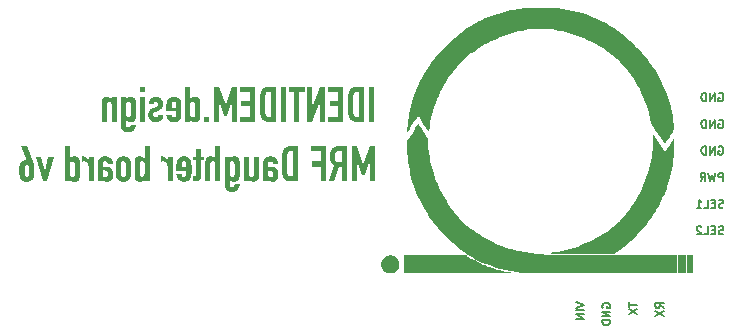
<source format=gbr>
%TF.GenerationSoftware,KiCad,Pcbnew,7.0.7*%
%TF.CreationDate,2025-02-28T10:15:51+00:00*%
%TF.ProjectId,MRF67-pro-small,4d524636-372d-4707-926f-2d736d616c6c,rev?*%
%TF.SameCoordinates,Original*%
%TF.FileFunction,Legend,Bot*%
%TF.FilePolarity,Positive*%
%FSLAX46Y46*%
G04 Gerber Fmt 4.6, Leading zero omitted, Abs format (unit mm)*
G04 Created by KiCad (PCBNEW 7.0.7) date 2025-02-28 10:15:51*
%MOMM*%
%LPD*%
G01*
G04 APERTURE LIST*
%ADD10C,0.000000*%
%ADD11C,0.300000*%
%ADD12C,0.175000*%
G04 APERTURE END LIST*
D10*
G36*
X140654428Y-122571896D02*
G01*
X140684411Y-122574250D01*
X140714199Y-122577894D01*
X140743746Y-122582845D01*
X140773008Y-122589122D01*
X140807583Y-122599562D01*
X140842400Y-122612286D01*
X140877290Y-122627181D01*
X140912081Y-122644132D01*
X140946604Y-122663026D01*
X140980687Y-122683750D01*
X141014161Y-122706189D01*
X141046854Y-122730231D01*
X141078596Y-122755760D01*
X141109217Y-122782665D01*
X141138546Y-122810830D01*
X141166413Y-122840142D01*
X141192646Y-122870488D01*
X141217076Y-122901754D01*
X141239532Y-122933826D01*
X141259843Y-122966591D01*
X141278408Y-122999974D01*
X141295087Y-123033934D01*
X141309897Y-123068409D01*
X141322854Y-123103334D01*
X141333973Y-123138647D01*
X141343272Y-123174285D01*
X141350766Y-123210183D01*
X141356471Y-123246279D01*
X141360404Y-123282509D01*
X141362580Y-123318811D01*
X141363016Y-123355120D01*
X141361729Y-123391373D01*
X141358733Y-123427508D01*
X141354045Y-123463460D01*
X141347682Y-123499167D01*
X141339660Y-123534565D01*
X141329994Y-123569591D01*
X141318701Y-123604182D01*
X141305797Y-123638274D01*
X141291298Y-123671804D01*
X141275220Y-123704709D01*
X141257580Y-123736925D01*
X141238393Y-123768389D01*
X141217676Y-123799038D01*
X141195445Y-123828809D01*
X141171716Y-123857637D01*
X141146506Y-123885461D01*
X141119829Y-123912216D01*
X141091703Y-123937839D01*
X141062144Y-123962268D01*
X141031167Y-123985438D01*
X140998789Y-124007286D01*
X140973263Y-124022969D01*
X140949365Y-124037004D01*
X140926738Y-124049478D01*
X140905026Y-124060479D01*
X140883872Y-124070095D01*
X140862920Y-124078415D01*
X140841812Y-124085524D01*
X140820193Y-124091513D01*
X140797706Y-124096468D01*
X140773994Y-124100477D01*
X140748701Y-124103629D01*
X140721470Y-124106010D01*
X140691945Y-124107710D01*
X140659768Y-124108815D01*
X140624584Y-124109413D01*
X140586036Y-124109593D01*
X140512304Y-124108815D01*
X140480128Y-124107710D01*
X140450603Y-124106010D01*
X140423372Y-124103629D01*
X140398079Y-124100477D01*
X140374367Y-124096468D01*
X140351880Y-124091513D01*
X140330262Y-124085524D01*
X140309154Y-124078415D01*
X140288202Y-124070095D01*
X140267048Y-124060479D01*
X140245336Y-124049478D01*
X140222710Y-124037004D01*
X140198812Y-124022969D01*
X140173286Y-124007286D01*
X140140278Y-123985097D01*
X140108732Y-123961567D01*
X140078664Y-123936762D01*
X140050089Y-123910747D01*
X140023024Y-123883588D01*
X139997483Y-123855350D01*
X139973482Y-123826097D01*
X139951036Y-123795895D01*
X139930162Y-123764810D01*
X139910874Y-123732906D01*
X139893187Y-123700249D01*
X139877119Y-123666904D01*
X139862683Y-123632936D01*
X139849896Y-123598411D01*
X139838772Y-123563394D01*
X139829329Y-123527950D01*
X139821580Y-123492144D01*
X139815542Y-123456041D01*
X139811229Y-123419708D01*
X139808658Y-123383208D01*
X139807845Y-123346608D01*
X139808803Y-123309972D01*
X139811550Y-123273365D01*
X139816100Y-123236854D01*
X139822469Y-123200503D01*
X139830673Y-123164377D01*
X139840727Y-123128542D01*
X139852646Y-123093063D01*
X139866446Y-123058005D01*
X139882143Y-123023433D01*
X139899752Y-122989413D01*
X139919288Y-122956010D01*
X139936375Y-122929607D01*
X139954533Y-122903986D01*
X139973717Y-122879166D01*
X139993881Y-122855165D01*
X140014981Y-122832002D01*
X140036971Y-122809693D01*
X140059805Y-122788258D01*
X140083440Y-122767715D01*
X140107828Y-122748081D01*
X140132927Y-122729374D01*
X140158689Y-122711613D01*
X140185070Y-122694816D01*
X140212024Y-122679001D01*
X140239507Y-122664186D01*
X140267473Y-122650389D01*
X140295878Y-122637628D01*
X140324674Y-122625921D01*
X140353819Y-122615286D01*
X140383265Y-122605742D01*
X140412969Y-122597307D01*
X140442885Y-122589997D01*
X140472967Y-122583833D01*
X140503171Y-122578831D01*
X140533451Y-122575010D01*
X140563762Y-122572388D01*
X140594058Y-122570983D01*
X140624296Y-122570813D01*
X140654428Y-122571896D01*
G37*
G36*
X166215343Y-124109593D02*
G01*
X165686176Y-124109593D01*
X165686176Y-122522093D01*
X166215343Y-122522093D01*
X166215343Y-124109593D01*
G37*
G36*
X145504256Y-122559852D02*
G01*
X146338520Y-122566632D01*
X146871821Y-122576719D01*
X147011658Y-122582693D01*
X147059510Y-122589122D01*
X147062859Y-122599824D01*
X147072703Y-122613303D01*
X147110649Y-122647964D01*
X147170899Y-122691844D01*
X147251002Y-122743682D01*
X147348510Y-122802217D01*
X147460973Y-122866189D01*
X147720968Y-123005399D01*
X148011389Y-123151222D01*
X148312642Y-123293574D01*
X148461206Y-123360295D01*
X148605130Y-123422366D01*
X148741964Y-123478524D01*
X148869259Y-123527510D01*
X149059525Y-123594710D01*
X149260953Y-123660959D01*
X149471146Y-123725637D01*
X149687704Y-123788124D01*
X149908232Y-123847800D01*
X150130330Y-123904044D01*
X150351601Y-123956237D01*
X150569648Y-124003758D01*
X151063537Y-124106065D01*
X146413928Y-124106065D01*
X141767845Y-124109593D01*
X141767845Y-122557371D01*
X144413676Y-122557371D01*
X145504256Y-122559852D01*
G37*
G36*
X142950775Y-111445117D02*
G01*
X142952163Y-111445846D01*
X142953806Y-111447046D01*
X142955699Y-111448702D01*
X142960206Y-111453336D01*
X142965634Y-111459644D01*
X142971929Y-111467523D01*
X142979042Y-111476869D01*
X142995509Y-111499551D01*
X143014623Y-111526864D01*
X143035969Y-111557980D01*
X143083704Y-111628316D01*
X143250392Y-111894221D01*
X143366478Y-112080256D01*
X143485871Y-112273898D01*
X143771620Y-112732510D01*
X143792787Y-113138203D01*
X143819431Y-113489128D01*
X143861744Y-113851421D01*
X143918857Y-114221238D01*
X143989902Y-114594735D01*
X144074010Y-114968066D01*
X144170315Y-115337387D01*
X144277946Y-115698854D01*
X144396037Y-116048621D01*
X144486492Y-116287620D01*
X144586709Y-116530210D01*
X144695949Y-116775189D01*
X144813472Y-117021350D01*
X144938540Y-117267491D01*
X145070414Y-117512407D01*
X145208355Y-117754895D01*
X145351624Y-117993749D01*
X145499481Y-118227767D01*
X145651188Y-118455744D01*
X145806007Y-118676475D01*
X145963197Y-118888758D01*
X146122020Y-119091387D01*
X146281737Y-119283159D01*
X146441610Y-119462870D01*
X146600898Y-119629315D01*
X146719646Y-119743959D01*
X146846595Y-119860040D01*
X146981100Y-119977092D01*
X147122513Y-120094650D01*
X147270190Y-120212250D01*
X147423484Y-120329426D01*
X147581749Y-120445714D01*
X147744339Y-120560647D01*
X147910609Y-120673762D01*
X148079912Y-120784592D01*
X148251603Y-120892674D01*
X148425035Y-120997541D01*
X148599563Y-121098728D01*
X148774540Y-121195772D01*
X148949321Y-121288205D01*
X149123260Y-121375565D01*
X149352514Y-121485196D01*
X149579142Y-121588016D01*
X149803993Y-121684243D01*
X150027914Y-121774093D01*
X150251752Y-121857783D01*
X150476355Y-121935530D01*
X150702570Y-122007551D01*
X150931245Y-122074064D01*
X151163228Y-122135285D01*
X151399365Y-122191432D01*
X151640504Y-122242721D01*
X151887493Y-122289369D01*
X152141180Y-122331594D01*
X152402411Y-122369612D01*
X152672035Y-122403641D01*
X152950898Y-122433897D01*
X153435527Y-122485052D01*
X153832844Y-122525621D01*
X155369356Y-122556544D01*
X158441444Y-122577214D01*
X161703371Y-122582671D01*
X163809399Y-122567955D01*
X164874787Y-122539732D01*
X164874787Y-124109593D01*
X158549482Y-124109593D01*
X153286478Y-124100333D01*
X152228751Y-124084292D01*
X151751454Y-124056676D01*
X151292829Y-123998406D01*
X150847351Y-123926534D01*
X150413613Y-123840689D01*
X149990211Y-123740499D01*
X149575739Y-123625591D01*
X149168791Y-123495594D01*
X148767961Y-123350136D01*
X148371844Y-123188844D01*
X148201435Y-123112521D01*
X148021270Y-123026730D01*
X147839782Y-122935896D01*
X147665405Y-122844443D01*
X147506573Y-122756792D01*
X147371718Y-122677369D01*
X147269275Y-122610596D01*
X147232844Y-122583335D01*
X147207678Y-122560896D01*
X147200105Y-122553230D01*
X147189432Y-122543548D01*
X147159610Y-122518675D01*
X147119867Y-122487352D01*
X147071856Y-122450656D01*
X146957644Y-122365438D01*
X146830204Y-122271620D01*
X146601482Y-122103431D01*
X146372289Y-121924906D01*
X146143478Y-121736955D01*
X145915903Y-121540488D01*
X145690415Y-121336415D01*
X145467868Y-121125644D01*
X145249114Y-120909085D01*
X145035005Y-120687648D01*
X144826395Y-120462242D01*
X144624136Y-120233777D01*
X144429081Y-120003163D01*
X144242082Y-119771308D01*
X144063992Y-119539122D01*
X143895664Y-119307515D01*
X143737950Y-119077397D01*
X143591703Y-118849676D01*
X143412146Y-118548132D01*
X143243838Y-118243925D01*
X143086703Y-117936794D01*
X142940663Y-117626474D01*
X142805640Y-117312703D01*
X142681557Y-116995215D01*
X142568336Y-116673749D01*
X142465901Y-116348040D01*
X142374172Y-116017825D01*
X142293074Y-115682840D01*
X142222528Y-115342822D01*
X142162457Y-114997507D01*
X142112783Y-114646632D01*
X142073429Y-114289933D01*
X142044317Y-113927147D01*
X142025370Y-113558009D01*
X142004203Y-112933594D01*
X142469871Y-112189230D01*
X142652489Y-111900284D01*
X142803687Y-111663593D01*
X142907922Y-111503631D01*
X142937570Y-111460071D01*
X142949650Y-111444871D01*
X142950775Y-111445117D01*
G37*
G36*
X154124401Y-101614979D02*
G01*
X154362010Y-101623537D01*
X154799311Y-101662790D01*
X155231290Y-101718291D01*
X155657667Y-101789914D01*
X156078164Y-101877537D01*
X156492500Y-101981034D01*
X156900398Y-102100283D01*
X157301577Y-102235159D01*
X157695760Y-102385537D01*
X158082667Y-102551294D01*
X158462018Y-102732307D01*
X158833535Y-102928450D01*
X159196939Y-103139600D01*
X159551951Y-103365633D01*
X159898292Y-103606424D01*
X160235682Y-103861851D01*
X160563843Y-104131788D01*
X160728319Y-104276426D01*
X160912597Y-104446200D01*
X161109360Y-104633834D01*
X161311291Y-104832051D01*
X161511072Y-105033575D01*
X161701386Y-105231130D01*
X161874915Y-105417440D01*
X162024342Y-105585230D01*
X162280561Y-105890458D01*
X162523964Y-106202750D01*
X162754469Y-106521895D01*
X162971992Y-106847679D01*
X163176451Y-107179893D01*
X163367765Y-107518322D01*
X163545848Y-107862757D01*
X163710621Y-108212985D01*
X163861998Y-108568793D01*
X163999898Y-108929971D01*
X164124239Y-109296306D01*
X164234937Y-109667587D01*
X164331909Y-110043601D01*
X164415074Y-110424137D01*
X164484348Y-110808982D01*
X164539649Y-111197926D01*
X164570730Y-111455385D01*
X164582041Y-111560276D01*
X164589864Y-111652238D01*
X164593698Y-111733492D01*
X164593041Y-111806261D01*
X164587392Y-111872767D01*
X164576249Y-111935232D01*
X164559112Y-111995878D01*
X164535480Y-112056926D01*
X164504850Y-112120600D01*
X164466723Y-112189122D01*
X164420595Y-112264712D01*
X164365967Y-112349594D01*
X164229204Y-112556120D01*
X164087762Y-112768063D01*
X163968149Y-112941971D01*
X163920455Y-113008979D01*
X163882931Y-113059656D01*
X163857148Y-113091730D01*
X163849150Y-113100080D01*
X163844676Y-113102927D01*
X163839888Y-113098941D01*
X163829690Y-113087245D01*
X163794240Y-113042293D01*
X163740683Y-112971214D01*
X163671374Y-112877149D01*
X163588671Y-112763241D01*
X163494930Y-112632630D01*
X163392508Y-112488460D01*
X163283759Y-112333871D01*
X163129523Y-112112896D01*
X163005672Y-111932641D01*
X162908527Y-111786865D01*
X162834409Y-111669325D01*
X162779639Y-111573779D01*
X162758359Y-111532302D01*
X162740537Y-111493983D01*
X162725712Y-111458042D01*
X162713424Y-111423697D01*
X162694621Y-111356676D01*
X162592866Y-110936526D01*
X162494419Y-110561272D01*
X162395972Y-110221241D01*
X162294218Y-109906759D01*
X162185849Y-109608152D01*
X162067558Y-109315746D01*
X161936039Y-109019868D01*
X161787982Y-108710843D01*
X161700623Y-108536904D01*
X161608189Y-108362123D01*
X161511146Y-108187146D01*
X161409958Y-108012618D01*
X161197010Y-107667495D01*
X160973065Y-107331922D01*
X160741844Y-107011067D01*
X160507068Y-106710097D01*
X160389509Y-106568683D01*
X160272457Y-106434179D01*
X160156376Y-106307230D01*
X160041732Y-106188482D01*
X159922984Y-106073838D01*
X159796035Y-105957757D01*
X159661530Y-105840704D01*
X159520117Y-105723146D01*
X159372440Y-105605546D01*
X159219146Y-105488369D01*
X159060881Y-105372082D01*
X158898291Y-105257148D01*
X158732021Y-105144034D01*
X158562718Y-105033203D01*
X158391027Y-104925122D01*
X158217595Y-104820255D01*
X158043067Y-104719067D01*
X157868090Y-104622024D01*
X157693309Y-104529591D01*
X157519370Y-104442232D01*
X157258825Y-104318043D01*
X157004645Y-104204107D01*
X156754270Y-104099431D01*
X156505134Y-104003023D01*
X156254676Y-103913892D01*
X156000331Y-103831044D01*
X155739538Y-103753487D01*
X155469732Y-103680231D01*
X155184359Y-103611398D01*
X154905714Y-103551743D01*
X154632837Y-103501265D01*
X154364765Y-103459966D01*
X154100538Y-103427844D01*
X153839195Y-103404899D01*
X153579774Y-103391133D01*
X153321315Y-103386544D01*
X153062855Y-103391133D01*
X152803434Y-103404899D01*
X152542091Y-103427844D01*
X152277864Y-103459966D01*
X152009793Y-103501265D01*
X151736915Y-103551743D01*
X151458271Y-103611398D01*
X151172898Y-103680231D01*
X150904194Y-103752880D01*
X150636724Y-103833131D01*
X150370815Y-103920813D01*
X150106793Y-104015756D01*
X149844982Y-104117789D01*
X149585708Y-104226741D01*
X149329297Y-104342442D01*
X149076075Y-104464721D01*
X148826367Y-104593408D01*
X148580498Y-104728333D01*
X148338795Y-104869324D01*
X148101582Y-105016212D01*
X147869185Y-105168826D01*
X147641930Y-105326994D01*
X147420143Y-105490548D01*
X147204148Y-105659315D01*
X147037274Y-105797250D01*
X146883837Y-105930017D01*
X146740734Y-106060717D01*
X146604867Y-106192450D01*
X146473134Y-106328318D01*
X146342434Y-106471420D01*
X146209667Y-106624857D01*
X146071732Y-106791731D01*
X145868620Y-107053093D01*
X145673507Y-107322242D01*
X145486621Y-107598698D01*
X145308189Y-107881980D01*
X145138439Y-108171608D01*
X144977598Y-108467102D01*
X144825893Y-108767980D01*
X144683552Y-109073762D01*
X144550802Y-109383968D01*
X144427870Y-109698117D01*
X144314985Y-110015728D01*
X144212373Y-110336321D01*
X144120261Y-110659415D01*
X144038878Y-110984530D01*
X143968450Y-111311185D01*
X143909205Y-111638899D01*
X143828065Y-112122205D01*
X143394148Y-111430759D01*
X143223987Y-111161986D01*
X143083262Y-110942162D01*
X142986855Y-110793776D01*
X142949650Y-110739316D01*
X142946212Y-110742732D01*
X142938687Y-110752758D01*
X142912221Y-110791295D01*
X142871947Y-110852239D01*
X142819560Y-110932902D01*
X142685229Y-111142639D01*
X142522785Y-111399010D01*
X142359351Y-111662931D01*
X142218076Y-111888488D01*
X142114502Y-112051868D01*
X142064176Y-112129259D01*
X142060641Y-112134299D01*
X142057309Y-112138823D01*
X142054178Y-112142811D01*
X142051243Y-112146243D01*
X142048502Y-112149099D01*
X142045952Y-112151359D01*
X142043589Y-112153002D01*
X142042477Y-112153586D01*
X142041411Y-112154009D01*
X142040389Y-112154268D01*
X142039413Y-112154360D01*
X142038481Y-112154283D01*
X142037593Y-112154034D01*
X142036748Y-112153611D01*
X142035947Y-112153012D01*
X142035188Y-112152234D01*
X142034472Y-112151274D01*
X142033798Y-112150130D01*
X142033166Y-112148799D01*
X142032024Y-112145568D01*
X142031043Y-112141560D01*
X142030221Y-112136756D01*
X142029554Y-112131136D01*
X142029038Y-112124679D01*
X142028672Y-112117365D01*
X142028450Y-112109175D01*
X142028371Y-112100088D01*
X142028430Y-112090085D01*
X142028953Y-112067248D01*
X142029993Y-112040504D01*
X142031523Y-112009694D01*
X142033519Y-111974656D01*
X142035954Y-111935231D01*
X142064781Y-111587218D01*
X142102368Y-111245468D01*
X142148791Y-110909712D01*
X142204129Y-110579682D01*
X142268458Y-110255110D01*
X142341857Y-109935725D01*
X142424402Y-109621260D01*
X142516172Y-109311446D01*
X142617244Y-109006014D01*
X142727694Y-108704696D01*
X142847602Y-108407222D01*
X142977043Y-108113325D01*
X143116097Y-107822734D01*
X143264840Y-107535183D01*
X143423349Y-107250401D01*
X143591703Y-106968120D01*
X143762851Y-106701474D01*
X143947527Y-106434033D01*
X144144709Y-106166820D01*
X144353373Y-105900857D01*
X144572497Y-105637167D01*
X144801056Y-105376775D01*
X145038029Y-105120703D01*
X145282391Y-104869974D01*
X145533120Y-104625612D01*
X145789192Y-104388640D01*
X146049584Y-104160080D01*
X146313274Y-103940957D01*
X146579237Y-103732292D01*
X146846450Y-103535111D01*
X147113891Y-103350435D01*
X147380537Y-103179288D01*
X147622330Y-103034475D01*
X147867446Y-102896390D01*
X148115817Y-102765065D01*
X148367378Y-102640529D01*
X148622059Y-102522816D01*
X148879794Y-102411954D01*
X149140516Y-102307976D01*
X149404159Y-102210912D01*
X149670653Y-102120793D01*
X149939933Y-102037651D01*
X150211931Y-101961516D01*
X150486580Y-101892420D01*
X150763813Y-101830392D01*
X151043563Y-101775465D01*
X151325762Y-101727669D01*
X151610343Y-101687036D01*
X151830588Y-101667813D01*
X152151912Y-101650325D01*
X152966333Y-101623537D01*
X153790675Y-101612623D01*
X154124401Y-101614979D01*
G37*
G36*
X165650899Y-124109593D02*
G01*
X164945343Y-124109593D01*
X164945343Y-122522093D01*
X165650899Y-122522093D01*
X165650899Y-124109593D01*
G37*
G36*
X162864609Y-112376493D02*
G01*
X162894326Y-112417765D01*
X163001096Y-112569350D01*
X163157476Y-112793694D01*
X163347260Y-113067648D01*
X163537705Y-113339562D01*
X163696069Y-113562859D01*
X163806146Y-113714058D01*
X163838014Y-113755282D01*
X163847268Y-113766017D01*
X163851732Y-113769676D01*
X163853216Y-113768938D01*
X163855666Y-113766746D01*
X163863363Y-113758142D01*
X163874614Y-113744143D01*
X163889215Y-113725028D01*
X163927634Y-113672566D01*
X163976968Y-113602989D01*
X164035562Y-113518529D01*
X164101763Y-113421419D01*
X164173917Y-113313890D01*
X164250371Y-113198177D01*
X164634898Y-112626677D01*
X164613732Y-113402788D01*
X164598718Y-113820719D01*
X164574320Y-114212853D01*
X164539752Y-114584482D01*
X164494228Y-114940898D01*
X164436964Y-115287392D01*
X164367173Y-115629255D01*
X164284071Y-115971780D01*
X164186871Y-116320258D01*
X164121715Y-116530606D01*
X164050762Y-116741973D01*
X163974248Y-116953887D01*
X163892412Y-117165879D01*
X163805490Y-117377478D01*
X163713722Y-117588214D01*
X163617343Y-117797616D01*
X163516593Y-118005215D01*
X163411709Y-118210540D01*
X163302928Y-118413121D01*
X163190489Y-118612488D01*
X163074629Y-118808170D01*
X162955585Y-118999697D01*
X162833596Y-119186599D01*
X162708899Y-119368406D01*
X162581732Y-119544647D01*
X162444941Y-119724062D01*
X162299675Y-119905921D01*
X162146720Y-120089444D01*
X161986861Y-120273850D01*
X161820883Y-120458360D01*
X161649572Y-120642193D01*
X161473714Y-120824569D01*
X161294093Y-121004707D01*
X161111496Y-121181827D01*
X160926708Y-121355149D01*
X160740515Y-121523892D01*
X160553701Y-121687277D01*
X160367053Y-121844522D01*
X160181355Y-121994848D01*
X159997394Y-122137474D01*
X159815955Y-122271620D01*
X159501981Y-122497398D01*
X157170121Y-122476231D01*
X155404468Y-122451537D01*
X154773988Y-122438528D01*
X154432565Y-122426842D01*
X154026872Y-122405675D01*
X154478426Y-122338649D01*
X154804230Y-122285252D01*
X155131568Y-122219214D01*
X155459661Y-122140878D01*
X155787728Y-122050584D01*
X156114989Y-121948673D01*
X156440663Y-121835486D01*
X156763970Y-121711364D01*
X157084131Y-121576649D01*
X157400364Y-121431681D01*
X157711889Y-121276802D01*
X158017927Y-121112352D01*
X158317696Y-120938673D01*
X158610416Y-120756105D01*
X158895308Y-120564990D01*
X159171590Y-120365669D01*
X159438482Y-120158482D01*
X159562737Y-120056378D01*
X159683091Y-119953499D01*
X159799940Y-119849400D01*
X159913685Y-119743637D01*
X160024721Y-119635766D01*
X160133447Y-119525342D01*
X160240261Y-119411921D01*
X160345562Y-119295058D01*
X160449745Y-119174310D01*
X160553211Y-119049230D01*
X160656356Y-118919376D01*
X160759579Y-118784303D01*
X160863277Y-118643565D01*
X160967849Y-118496720D01*
X161073692Y-118343322D01*
X161181204Y-118182927D01*
X161366598Y-117888563D01*
X161542856Y-117584355D01*
X161709606Y-117271455D01*
X161866475Y-116951015D01*
X162013091Y-116624188D01*
X162149083Y-116292127D01*
X162274078Y-115955983D01*
X162387704Y-115616909D01*
X162489589Y-115276057D01*
X162579362Y-114934580D01*
X162656649Y-114593630D01*
X162721079Y-114254359D01*
X162772280Y-113917921D01*
X162809880Y-113585466D01*
X162833506Y-113258149D01*
X162842787Y-112937120D01*
X162848079Y-112530544D01*
X162850725Y-112407292D01*
X162852048Y-112373778D01*
X162853371Y-112362093D01*
X162864609Y-112376493D01*
G37*
D11*
G36*
X139211526Y-111290000D02*
G01*
X139211526Y-108288743D01*
X138782880Y-108288743D01*
X138782880Y-111290000D01*
X139211526Y-111290000D01*
G37*
G36*
X138402594Y-111290000D02*
G01*
X137814946Y-111290000D01*
X137768466Y-111289218D01*
X137723366Y-111286874D01*
X137679646Y-111282967D01*
X137637305Y-111277497D01*
X137596344Y-111270465D01*
X137556762Y-111261870D01*
X137518560Y-111251712D01*
X137481737Y-111239991D01*
X137446295Y-111226707D01*
X137412231Y-111211861D01*
X137379548Y-111195452D01*
X137348243Y-111177480D01*
X137318319Y-111157945D01*
X137289774Y-111136848D01*
X137262609Y-111114188D01*
X137236823Y-111089965D01*
X137212511Y-111064093D01*
X137189768Y-111036487D01*
X137168593Y-111007146D01*
X137148987Y-110976071D01*
X137130949Y-110943261D01*
X137114480Y-110908717D01*
X137099579Y-110872439D01*
X137086247Y-110834426D01*
X137074484Y-110794678D01*
X137064288Y-110753196D01*
X137055662Y-110709979D01*
X137048603Y-110665028D01*
X137043114Y-110618342D01*
X137039192Y-110569922D01*
X137036840Y-110519767D01*
X137036454Y-110494256D01*
X137464702Y-110494256D01*
X137464985Y-110517583D01*
X137466473Y-110551093D01*
X137469235Y-110582825D01*
X137473273Y-110612779D01*
X137480641Y-110649954D01*
X137490275Y-110683969D01*
X137502176Y-110714823D01*
X137516344Y-110742518D01*
X137537242Y-110772693D01*
X137541875Y-110778148D01*
X137568025Y-110802824D01*
X137592525Y-110819448D01*
X137620209Y-110833301D01*
X137651075Y-110844383D01*
X137685124Y-110852695D01*
X137722356Y-110858236D01*
X137752368Y-110860574D01*
X137784171Y-110861353D01*
X137973948Y-110861353D01*
X137973948Y-108717390D01*
X137784171Y-108717390D01*
X137772924Y-108717483D01*
X137740505Y-108718878D01*
X137710070Y-108721948D01*
X137672575Y-108728645D01*
X137638606Y-108738320D01*
X137608163Y-108750971D01*
X137581247Y-108766598D01*
X137557857Y-108785203D01*
X137533578Y-108812644D01*
X137525237Y-108824766D01*
X137510171Y-108850846D01*
X137497256Y-108879377D01*
X137486494Y-108910358D01*
X137477885Y-108943788D01*
X137471428Y-108979669D01*
X137467123Y-109018000D01*
X137465307Y-109048356D01*
X137464702Y-109080090D01*
X137464702Y-110494256D01*
X137036454Y-110494256D01*
X137036055Y-110467878D01*
X137036055Y-109063970D01*
X137036794Y-109018283D01*
X137039009Y-108973913D01*
X137042701Y-108930860D01*
X137047871Y-108889123D01*
X137054517Y-108848703D01*
X137062640Y-108809599D01*
X137072240Y-108771812D01*
X137083316Y-108735341D01*
X137095870Y-108700188D01*
X137109901Y-108666350D01*
X137125408Y-108633830D01*
X137142393Y-108602626D01*
X137160854Y-108572739D01*
X137180792Y-108544168D01*
X137202207Y-108516914D01*
X137225099Y-108490976D01*
X137249322Y-108466487D01*
X137274913Y-108443578D01*
X137301873Y-108422249D01*
X137330200Y-108402500D01*
X137359896Y-108384330D01*
X137390959Y-108367741D01*
X137423391Y-108352731D01*
X137457191Y-108339302D01*
X137492359Y-108327452D01*
X137528895Y-108317182D01*
X137566800Y-108308493D01*
X137606072Y-108301383D01*
X137646713Y-108295853D01*
X137688722Y-108291903D01*
X137732099Y-108289533D01*
X137776844Y-108288743D01*
X138402594Y-108288743D01*
X138402594Y-111290000D01*
G37*
G36*
X136614736Y-111290000D02*
G01*
X136614736Y-108288743D01*
X135348581Y-108288743D01*
X135348581Y-108717390D01*
X136186090Y-108717390D01*
X136186090Y-109548304D01*
X135442371Y-109548304D01*
X135442371Y-109976950D01*
X136186090Y-109976950D01*
X136186090Y-110861353D01*
X135348581Y-110861353D01*
X135348581Y-111290000D01*
X136614736Y-111290000D01*
G37*
G36*
X135061352Y-111290000D02*
G01*
X135061352Y-108288743D01*
X134653222Y-108288743D01*
X133989370Y-110097117D01*
X133989370Y-108288743D01*
X133560724Y-108288743D01*
X133560724Y-111290000D01*
X133960061Y-111290000D01*
X134632706Y-109486022D01*
X134632706Y-111290000D01*
X135061352Y-111290000D01*
G37*
G36*
X132875623Y-111290000D02*
G01*
X132875623Y-108717390D01*
X133384869Y-108717390D01*
X133384869Y-108288743D01*
X131978030Y-108288743D01*
X131978030Y-108717390D01*
X132446976Y-108717390D01*
X132446976Y-111290000D01*
X132875623Y-111290000D01*
G37*
G36*
X131758212Y-111290000D02*
G01*
X131758212Y-108288743D01*
X131329565Y-108288743D01*
X131329565Y-111290000D01*
X131758212Y-111290000D01*
G37*
G36*
X130949279Y-111290000D02*
G01*
X130361631Y-111290000D01*
X130315151Y-111289218D01*
X130270051Y-111286874D01*
X130226331Y-111282967D01*
X130183990Y-111277497D01*
X130143029Y-111270465D01*
X130103447Y-111261870D01*
X130065245Y-111251712D01*
X130028423Y-111239991D01*
X129992980Y-111226707D01*
X129958917Y-111211861D01*
X129926233Y-111195452D01*
X129894929Y-111177480D01*
X129865004Y-111157945D01*
X129836459Y-111136848D01*
X129809294Y-111114188D01*
X129783508Y-111089965D01*
X129759197Y-111064093D01*
X129736453Y-111036487D01*
X129715279Y-111007146D01*
X129695672Y-110976071D01*
X129677635Y-110943261D01*
X129661165Y-110908717D01*
X129646265Y-110872439D01*
X129632933Y-110834426D01*
X129621169Y-110794678D01*
X129610974Y-110753196D01*
X129602347Y-110709979D01*
X129595289Y-110665028D01*
X129589799Y-110618342D01*
X129585878Y-110569922D01*
X129583525Y-110519767D01*
X129583140Y-110494256D01*
X130011387Y-110494256D01*
X130011670Y-110517583D01*
X130013158Y-110551093D01*
X130015921Y-110582825D01*
X130019958Y-110612779D01*
X130027326Y-110649954D01*
X130036960Y-110683969D01*
X130048861Y-110714823D01*
X130063029Y-110742518D01*
X130083927Y-110772693D01*
X130088560Y-110778148D01*
X130114710Y-110802824D01*
X130139211Y-110819448D01*
X130166894Y-110833301D01*
X130197760Y-110844383D01*
X130231809Y-110852695D01*
X130269041Y-110858236D01*
X130299054Y-110860574D01*
X130330856Y-110861353D01*
X130520633Y-110861353D01*
X130520633Y-108717390D01*
X130330856Y-108717390D01*
X130319609Y-108717483D01*
X130287190Y-108718878D01*
X130256755Y-108721948D01*
X130219260Y-108728645D01*
X130185291Y-108738320D01*
X130154848Y-108750971D01*
X130127932Y-108766598D01*
X130104542Y-108785203D01*
X130080263Y-108812644D01*
X130071923Y-108824766D01*
X130056856Y-108850846D01*
X130043942Y-108879377D01*
X130033180Y-108910358D01*
X130024570Y-108943788D01*
X130018113Y-108979669D01*
X130013808Y-109018000D01*
X130011992Y-109048356D01*
X130011387Y-109080090D01*
X130011387Y-110494256D01*
X129583140Y-110494256D01*
X129582741Y-110467878D01*
X129582741Y-109063970D01*
X129583479Y-109018283D01*
X129585694Y-108973913D01*
X129589387Y-108930860D01*
X129594556Y-108889123D01*
X129601202Y-108848703D01*
X129609325Y-108809599D01*
X129618925Y-108771812D01*
X129630002Y-108735341D01*
X129642555Y-108700188D01*
X129656586Y-108666350D01*
X129672093Y-108633830D01*
X129689078Y-108602626D01*
X129707539Y-108572739D01*
X129727477Y-108544168D01*
X129748893Y-108516914D01*
X129771785Y-108490976D01*
X129796008Y-108466487D01*
X129821599Y-108443578D01*
X129848558Y-108422249D01*
X129876885Y-108402500D01*
X129906581Y-108384330D01*
X129937645Y-108367741D01*
X129970076Y-108352731D01*
X130003876Y-108339302D01*
X130039044Y-108327452D01*
X130075581Y-108317182D01*
X130113485Y-108308493D01*
X130152758Y-108301383D01*
X130193398Y-108295853D01*
X130235407Y-108291903D01*
X130278784Y-108289533D01*
X130323529Y-108288743D01*
X130949279Y-108288743D01*
X130949279Y-111290000D01*
G37*
G36*
X129161422Y-111290000D02*
G01*
X129161422Y-108288743D01*
X127895267Y-108288743D01*
X127895267Y-108717390D01*
X128732775Y-108717390D01*
X128732775Y-109548304D01*
X127989056Y-109548304D01*
X127989056Y-109976950D01*
X128732775Y-109976950D01*
X128732775Y-110861353D01*
X127895267Y-110861353D01*
X127895267Y-111290000D01*
X129161422Y-111290000D01*
G37*
G36*
X127608037Y-111290000D02*
G01*
X127608037Y-108288743D01*
X127199907Y-108288743D01*
X126649628Y-109878032D01*
X126641568Y-109878032D01*
X126094953Y-108288743D01*
X125678763Y-108288743D01*
X125678763Y-111290000D01*
X126107409Y-111290000D01*
X126107409Y-109464773D01*
X126115469Y-109464773D01*
X126540452Y-110754375D01*
X126755141Y-110754375D01*
X127179391Y-109464773D01*
X127179391Y-111290000D01*
X127608037Y-111290000D01*
G37*
G36*
X125275030Y-111290000D02*
G01*
X125275030Y-110861353D01*
X124846383Y-110861353D01*
X124846383Y-111290000D01*
X125275030Y-111290000D01*
G37*
G36*
X123651303Y-109374647D02*
G01*
X123655817Y-109368100D01*
X123674405Y-109342873D01*
X123693839Y-109319179D01*
X123714121Y-109297020D01*
X123735250Y-109276395D01*
X123762852Y-109252771D01*
X123791779Y-109231544D01*
X123822029Y-109212714D01*
X123853392Y-109196460D01*
X123886114Y-109182961D01*
X123920196Y-109172217D01*
X123955637Y-109164228D01*
X123984969Y-109159820D01*
X124015171Y-109157176D01*
X124046244Y-109156294D01*
X124056149Y-109156347D01*
X124094211Y-109157618D01*
X124129777Y-109160583D01*
X124162847Y-109165243D01*
X124193421Y-109171597D01*
X124228129Y-109181922D01*
X124258938Y-109194895D01*
X124285846Y-109210516D01*
X124306795Y-109223925D01*
X124336060Y-109245553D01*
X124362737Y-109268997D01*
X124386824Y-109294257D01*
X124408323Y-109321333D01*
X124427233Y-109350224D01*
X124443554Y-109380933D01*
X124457287Y-109413457D01*
X124468430Y-109447797D01*
X124476984Y-109483953D01*
X124482950Y-109521926D01*
X124484458Y-109536036D01*
X124487183Y-109567040D01*
X124489519Y-109601753D01*
X124491465Y-109640175D01*
X124492669Y-109671426D01*
X124493655Y-109704764D01*
X124494421Y-109740188D01*
X124494968Y-109777699D01*
X124495297Y-109817297D01*
X124495406Y-109858981D01*
X124495406Y-110661318D01*
X124495390Y-110672193D01*
X124495143Y-110703977D01*
X124494600Y-110734498D01*
X124493415Y-110773230D01*
X124491703Y-110809717D01*
X124489465Y-110843961D01*
X124486700Y-110875961D01*
X124483409Y-110905716D01*
X124478554Y-110939755D01*
X124474031Y-110965080D01*
X124467509Y-110995320D01*
X124460021Y-111023985D01*
X124449760Y-111056305D01*
X124438108Y-111086358D01*
X124425064Y-111114145D01*
X124404132Y-111149762D01*
X124380354Y-111181876D01*
X124353729Y-111210487D01*
X124324257Y-111235594D01*
X124291939Y-111257198D01*
X124256774Y-111275299D01*
X124218763Y-111289896D01*
X124177906Y-111300990D01*
X124149086Y-111306440D01*
X124119001Y-111310333D01*
X124087651Y-111312668D01*
X124055036Y-111313447D01*
X124045225Y-111313384D01*
X124012146Y-111312172D01*
X123981031Y-111309417D01*
X123947875Y-111304379D01*
X123917284Y-111297327D01*
X123899287Y-111291949D01*
X123868517Y-111280557D01*
X123839833Y-111266962D01*
X123813236Y-111251165D01*
X123799025Y-111241984D01*
X123774527Y-111224197D01*
X123751421Y-111204787D01*
X123729705Y-111183754D01*
X123713181Y-111166163D01*
X123691420Y-111142721D01*
X123671590Y-111121106D01*
X123651303Y-111098757D01*
X123651303Y-111290000D01*
X123222657Y-111290000D01*
X123222657Y-110630544D01*
X123651303Y-110630544D01*
X123651360Y-110637737D01*
X123653338Y-110672438D01*
X123658143Y-110705028D01*
X123665774Y-110735507D01*
X123676232Y-110763875D01*
X123689517Y-110790133D01*
X123709189Y-110818855D01*
X123716479Y-110827639D01*
X123740101Y-110850591D01*
X123766350Y-110868443D01*
X123795227Y-110881194D01*
X123826731Y-110888845D01*
X123860863Y-110891395D01*
X123880420Y-110890706D01*
X123910781Y-110886495D01*
X123943530Y-110876389D01*
X123972261Y-110860769D01*
X123996973Y-110839638D01*
X124017667Y-110812993D01*
X124029173Y-110792431D01*
X124041399Y-110764539D01*
X124051227Y-110734213D01*
X124058658Y-110701455D01*
X124063692Y-110666264D01*
X124065993Y-110636360D01*
X124066760Y-110604898D01*
X124066760Y-109833335D01*
X124066380Y-109814876D01*
X124064058Y-109785112D01*
X124058485Y-109751049D01*
X124049873Y-109718789D01*
X124038221Y-109688332D01*
X124023529Y-109659678D01*
X124008159Y-109638147D01*
X123984803Y-109617127D01*
X123956090Y-109601362D01*
X123928068Y-109592239D01*
X123896326Y-109586765D01*
X123860863Y-109584940D01*
X123849718Y-109585192D01*
X123817724Y-109588970D01*
X123787894Y-109597282D01*
X123760228Y-109610128D01*
X123734725Y-109627507D01*
X123711387Y-109649420D01*
X123700649Y-109661813D01*
X123682342Y-109688414D01*
X123668260Y-109717437D01*
X123658403Y-109748882D01*
X123652770Y-109782748D01*
X123651303Y-109812819D01*
X123651303Y-110630544D01*
X123222657Y-110630544D01*
X123222657Y-108288743D01*
X123651303Y-108288743D01*
X123651303Y-109374647D01*
G37*
G36*
X122298635Y-109156620D02*
G01*
X122335046Y-109158333D01*
X122370402Y-109161515D01*
X122404701Y-109166164D01*
X122437945Y-109172282D01*
X122470132Y-109179869D01*
X122501263Y-109188923D01*
X122531338Y-109199446D01*
X122560356Y-109211438D01*
X122588319Y-109224897D01*
X122615225Y-109239825D01*
X122632464Y-109250387D01*
X122657368Y-109267023D01*
X122681125Y-109284613D01*
X122711018Y-109309549D01*
X122738873Y-109336179D01*
X122764690Y-109364503D01*
X122788469Y-109394522D01*
X122810211Y-109426236D01*
X122829914Y-109459644D01*
X122835570Y-109470179D01*
X122848708Y-109497345D01*
X122860414Y-109525692D01*
X122870690Y-109555220D01*
X122879534Y-109585928D01*
X122886947Y-109617816D01*
X122892929Y-109650886D01*
X122894970Y-109664433D01*
X122899496Y-109699026D01*
X122903199Y-109734657D01*
X122905569Y-109763909D01*
X122907412Y-109793825D01*
X122908728Y-109824405D01*
X122909518Y-109855649D01*
X122909782Y-109887557D01*
X122909782Y-110582916D01*
X122909765Y-110590866D01*
X122909370Y-110622293D01*
X122908449Y-110653125D01*
X122907000Y-110683362D01*
X122905025Y-110713003D01*
X122901816Y-110749217D01*
X122897784Y-110784501D01*
X122892929Y-110818855D01*
X122890708Y-110832313D01*
X122884153Y-110865107D01*
X122876168Y-110896685D01*
X122866751Y-110927046D01*
X122855903Y-110956190D01*
X122843624Y-110984118D01*
X122829914Y-111010830D01*
X122815328Y-111036045D01*
X122794096Y-111068182D01*
X122770826Y-111098624D01*
X122745518Y-111127372D01*
X122718173Y-111154426D01*
X122688789Y-111179785D01*
X122665414Y-111197693D01*
X122640893Y-111214647D01*
X122615225Y-111230648D01*
X122597405Y-111240675D01*
X122569794Y-111254502D01*
X122541128Y-111266873D01*
X122511405Y-111277789D01*
X122480626Y-111287249D01*
X122448791Y-111295254D01*
X122415900Y-111301803D01*
X122381952Y-111306897D01*
X122346949Y-111310536D01*
X122310889Y-111312719D01*
X122273773Y-111313447D01*
X122237595Y-111312668D01*
X122202332Y-111310333D01*
X122167986Y-111306440D01*
X122134555Y-111300990D01*
X122102040Y-111293984D01*
X122070441Y-111285420D01*
X122039758Y-111275299D01*
X122009991Y-111263621D01*
X121981197Y-111250581D01*
X121953434Y-111236373D01*
X121926700Y-111220997D01*
X121900998Y-111204453D01*
X121876325Y-111186742D01*
X121852683Y-111167863D01*
X121830072Y-111147816D01*
X121808491Y-111126601D01*
X121787728Y-111104840D01*
X121768305Y-111082237D01*
X121750222Y-111058792D01*
X121733478Y-111034506D01*
X121718073Y-111009379D01*
X121704008Y-110983410D01*
X121691283Y-110956599D01*
X121679897Y-110928948D01*
X121669851Y-110900454D01*
X121661144Y-110871119D01*
X121653776Y-110840943D01*
X121647748Y-110809925D01*
X121643060Y-110778066D01*
X121639711Y-110745365D01*
X121637702Y-110711822D01*
X121637032Y-110677438D01*
X122065678Y-110677438D01*
X122068966Y-110698980D01*
X122076154Y-110729199D01*
X122086357Y-110759488D01*
X122099576Y-110789846D01*
X122113306Y-110815924D01*
X122124469Y-110832067D01*
X122145978Y-110852246D01*
X122173206Y-110867581D01*
X122206153Y-110878074D01*
X122237978Y-110883119D01*
X122273773Y-110884801D01*
X122308129Y-110882946D01*
X122339753Y-110877382D01*
X122368647Y-110868108D01*
X122398906Y-110852601D01*
X122425448Y-110832044D01*
X122432192Y-110825183D01*
X122452367Y-110798421D01*
X122465419Y-110772077D01*
X122474555Y-110742590D01*
X122479776Y-110709961D01*
X122481136Y-110680369D01*
X122481136Y-110399002D01*
X121637032Y-110399002D01*
X121637032Y-110070739D01*
X122065678Y-110070739D01*
X122481136Y-110070739D01*
X122481136Y-109828206D01*
X122480265Y-109798588D01*
X122476731Y-109764302D01*
X122470477Y-109733057D01*
X122459383Y-109699578D01*
X122444373Y-109670478D01*
X122425448Y-109645757D01*
X122418244Y-109638392D01*
X122394811Y-109619149D01*
X122368647Y-109604183D01*
X122339753Y-109593492D01*
X122308129Y-109587078D01*
X122273773Y-109584940D01*
X122261932Y-109585178D01*
X122228298Y-109588741D01*
X122197498Y-109596581D01*
X122169531Y-109608697D01*
X122144398Y-109625089D01*
X122122099Y-109645757D01*
X122118627Y-109649573D01*
X122100115Y-109675024D01*
X122085569Y-109704854D01*
X122076478Y-109733057D01*
X122070141Y-109764302D01*
X122066560Y-109798588D01*
X122065678Y-109828206D01*
X122065678Y-110070739D01*
X121637032Y-110070739D01*
X121637032Y-109815750D01*
X121637688Y-109780679D01*
X121639654Y-109746358D01*
X121642931Y-109712787D01*
X121647519Y-109679966D01*
X121653419Y-109647895D01*
X121660628Y-109616573D01*
X121669149Y-109586002D01*
X121678981Y-109556181D01*
X121690124Y-109527109D01*
X121702577Y-109498787D01*
X121716342Y-109471216D01*
X121731417Y-109444394D01*
X121747803Y-109418322D01*
X121765500Y-109393000D01*
X121784508Y-109368427D01*
X121804827Y-109344605D01*
X121826271Y-109323219D01*
X121848837Y-109303023D01*
X121872524Y-109284018D01*
X121897334Y-109266203D01*
X121923266Y-109249579D01*
X121950320Y-109234146D01*
X121978495Y-109219904D01*
X122007793Y-109206852D01*
X122038075Y-109195003D01*
X122069205Y-109184733D01*
X122101181Y-109176043D01*
X122134005Y-109168934D01*
X122167677Y-109163404D01*
X122202195Y-109159454D01*
X122237561Y-109157084D01*
X122273773Y-109156294D01*
X122298635Y-109156620D01*
G37*
G36*
X120565783Y-109792302D02*
G01*
X120567143Y-109761269D01*
X120572363Y-109727334D01*
X120581500Y-109697006D01*
X120594551Y-109670284D01*
X120614727Y-109643667D01*
X120621471Y-109636964D01*
X120646320Y-109616693D01*
X120672782Y-109601401D01*
X120700856Y-109591088D01*
X120730544Y-109585753D01*
X120748233Y-109584940D01*
X120779016Y-109587181D01*
X120811478Y-109595461D01*
X120840224Y-109609842D01*
X120865254Y-109630323D01*
X120880856Y-109648688D01*
X120899129Y-109677168D01*
X120912913Y-109707472D01*
X120922210Y-109739599D01*
X120926606Y-109768587D01*
X120927751Y-109793768D01*
X120925433Y-109825742D01*
X120918477Y-109857369D01*
X120908402Y-109885190D01*
X120898442Y-109905875D01*
X120878155Y-109932711D01*
X120855546Y-109951997D01*
X120826600Y-109970561D01*
X120797638Y-109985481D01*
X120764275Y-109999899D01*
X120749698Y-110005526D01*
X120502769Y-110104445D01*
X120473940Y-110115876D01*
X120446257Y-110127823D01*
X120419718Y-110140285D01*
X120382057Y-110159945D01*
X120346972Y-110180763D01*
X120314463Y-110202741D01*
X120284530Y-110225877D01*
X120257173Y-110250173D01*
X120232392Y-110275628D01*
X120210187Y-110302243D01*
X120190557Y-110330016D01*
X120178903Y-110349176D01*
X120163058Y-110378560D01*
X120148772Y-110408458D01*
X120136044Y-110438872D01*
X120124875Y-110469801D01*
X120115265Y-110501246D01*
X120107212Y-110533205D01*
X120100719Y-110565680D01*
X120095784Y-110598670D01*
X120092407Y-110632175D01*
X120090589Y-110666196D01*
X120090242Y-110689162D01*
X120091009Y-110721322D01*
X120093311Y-110752955D01*
X120097146Y-110784062D01*
X120102516Y-110814642D01*
X120109419Y-110844695D01*
X120117857Y-110874222D01*
X120127829Y-110903222D01*
X120139335Y-110931695D01*
X120152158Y-110959470D01*
X120166080Y-110986375D01*
X120181101Y-111012410D01*
X120197221Y-111037575D01*
X120214440Y-111061869D01*
X120232758Y-111085293D01*
X120252175Y-111107848D01*
X120272692Y-111129532D01*
X120294651Y-111150564D01*
X120317663Y-111170427D01*
X120341729Y-111189123D01*
X120366847Y-111206652D01*
X120393020Y-111223012D01*
X120420245Y-111238205D01*
X120448524Y-111252230D01*
X120477856Y-111265087D01*
X120507875Y-111276421D01*
X120538581Y-111286244D01*
X120569973Y-111294556D01*
X120602053Y-111301357D01*
X120634820Y-111306646D01*
X120668274Y-111310424D01*
X120702414Y-111312691D01*
X120737242Y-111313447D01*
X120769880Y-111312797D01*
X120801848Y-111310848D01*
X120833146Y-111307599D01*
X120863775Y-111303051D01*
X120893734Y-111297204D01*
X120923023Y-111290057D01*
X120951642Y-111281610D01*
X120979592Y-111271864D01*
X121006871Y-111260819D01*
X121033482Y-111248474D01*
X121059422Y-111234830D01*
X121084692Y-111219887D01*
X121109293Y-111203643D01*
X121133224Y-111186101D01*
X121156485Y-111167259D01*
X121179077Y-111147117D01*
X121201070Y-111126143D01*
X121221987Y-111103886D01*
X121241828Y-111080348D01*
X121260593Y-111055526D01*
X121278282Y-111029423D01*
X121294894Y-111002037D01*
X121310430Y-110973369D01*
X121324890Y-110943419D01*
X121337770Y-110912198D01*
X121348933Y-110879717D01*
X121358378Y-110845977D01*
X121366106Y-110810978D01*
X121372117Y-110774720D01*
X121376410Y-110737202D01*
X121378986Y-110698424D01*
X121379791Y-110668515D01*
X121379845Y-110658387D01*
X120949733Y-110658387D01*
X120944203Y-110689050D01*
X120936406Y-110718941D01*
X120926343Y-110748058D01*
X120914012Y-110776403D01*
X120899415Y-110803974D01*
X120894046Y-110812993D01*
X120875163Y-110837397D01*
X120851490Y-110856751D01*
X120823025Y-110871056D01*
X120789769Y-110880313D01*
X120758396Y-110884169D01*
X120737974Y-110884801D01*
X120706968Y-110882714D01*
X120677146Y-110876454D01*
X120648510Y-110866022D01*
X120621058Y-110851416D01*
X120594792Y-110832637D01*
X120586300Y-110825450D01*
X120563390Y-110801544D01*
X120545221Y-110774342D01*
X120531791Y-110743842D01*
X120523102Y-110710045D01*
X120519481Y-110679362D01*
X120518889Y-110659853D01*
X120520486Y-110628555D01*
X120525277Y-110598956D01*
X120534904Y-110566574D01*
X120548879Y-110536506D01*
X120564318Y-110512575D01*
X120583981Y-110490086D01*
X120608900Y-110468783D01*
X120633679Y-110451935D01*
X120662108Y-110435910D01*
X120694187Y-110420708D01*
X120722477Y-110409139D01*
X120729914Y-110406329D01*
X120931415Y-110333056D01*
X120967899Y-110318686D01*
X121002890Y-110303054D01*
X121036387Y-110286160D01*
X121068389Y-110268003D01*
X121098898Y-110248585D01*
X121127912Y-110227904D01*
X121155432Y-110205961D01*
X121181458Y-110182755D01*
X121205990Y-110158287D01*
X121229028Y-110132557D01*
X121243557Y-110114703D01*
X121263723Y-110086947D01*
X121281905Y-110058082D01*
X121298104Y-110028111D01*
X121312319Y-109997031D01*
X121324551Y-109964844D01*
X121334799Y-109931549D01*
X121343064Y-109897147D01*
X121349345Y-109861637D01*
X121353642Y-109825019D01*
X121355956Y-109787293D01*
X121356397Y-109761528D01*
X121355619Y-109729036D01*
X121353283Y-109697139D01*
X121349391Y-109665838D01*
X121343941Y-109635132D01*
X121336934Y-109605022D01*
X121328370Y-109575506D01*
X121318250Y-109546586D01*
X121306572Y-109518262D01*
X121293531Y-109490544D01*
X121279323Y-109463811D01*
X121263948Y-109438062D01*
X121247404Y-109413299D01*
X121229692Y-109389519D01*
X121210813Y-109366724D01*
X121190766Y-109344914D01*
X121169551Y-109324089D01*
X121142979Y-109299603D01*
X121115012Y-109276977D01*
X121085649Y-109256211D01*
X121054891Y-109237306D01*
X121022737Y-109220262D01*
X120996010Y-109207966D01*
X120975378Y-109199525D01*
X120947088Y-109189393D01*
X120918271Y-109180611D01*
X120888928Y-109173181D01*
X120859058Y-109167102D01*
X120828661Y-109162373D01*
X120797738Y-109158996D01*
X120766287Y-109156969D01*
X120734311Y-109156294D01*
X120702368Y-109157038D01*
X120671021Y-109159271D01*
X120640270Y-109162992D01*
X120610113Y-109168201D01*
X120580552Y-109174898D01*
X120551587Y-109183084D01*
X120523216Y-109192759D01*
X120495441Y-109203921D01*
X120468456Y-109216412D01*
X120442456Y-109230071D01*
X120411340Y-109248786D01*
X120381762Y-109269326D01*
X120353723Y-109291691D01*
X120327223Y-109315880D01*
X120307130Y-109336545D01*
X120287873Y-109358653D01*
X120269669Y-109381745D01*
X120252519Y-109405822D01*
X120236422Y-109430884D01*
X120221378Y-109456930D01*
X120207387Y-109483961D01*
X120194450Y-109511976D01*
X120182566Y-109540976D01*
X120171919Y-109570709D01*
X120162691Y-109600923D01*
X120154883Y-109631617D01*
X120148494Y-109662793D01*
X120143525Y-109694449D01*
X120139976Y-109726586D01*
X120137847Y-109759204D01*
X120137137Y-109792302D01*
X120565783Y-109792302D01*
G37*
G36*
X119832322Y-111290000D02*
G01*
X119832322Y-109179741D01*
X119403676Y-109179741D01*
X119403676Y-111290000D01*
X119832322Y-111290000D01*
G37*
G36*
X119832322Y-108717390D02*
G01*
X119832322Y-108288743D01*
X119403676Y-108288743D01*
X119403676Y-108717390D01*
X119832322Y-108717390D01*
G37*
G36*
X118617747Y-109156347D02*
G01*
X118655460Y-109157618D01*
X118690699Y-109160583D01*
X118723466Y-109165243D01*
X118753760Y-109171597D01*
X118788149Y-109181922D01*
X118818675Y-109194895D01*
X118845337Y-109210516D01*
X118866019Y-109223925D01*
X118894917Y-109245553D01*
X118921266Y-109268997D01*
X118945063Y-109294257D01*
X118966311Y-109321333D01*
X118985009Y-109350224D01*
X119001156Y-109380933D01*
X119014753Y-109413457D01*
X119025800Y-109447797D01*
X119034296Y-109483953D01*
X119040242Y-109521926D01*
X119041751Y-109536036D01*
X119044476Y-109567040D01*
X119046811Y-109601753D01*
X119048757Y-109640175D01*
X119049962Y-109671426D01*
X119050947Y-109704764D01*
X119051713Y-109740188D01*
X119052261Y-109777699D01*
X119052589Y-109817297D01*
X119052699Y-109858981D01*
X119052699Y-110661318D01*
X119052682Y-110672193D01*
X119052435Y-110703977D01*
X119051892Y-110734498D01*
X119050707Y-110773230D01*
X119048996Y-110809717D01*
X119046757Y-110843961D01*
X119043993Y-110875961D01*
X119040701Y-110905716D01*
X119035846Y-110939755D01*
X119031324Y-110965080D01*
X119024801Y-110995320D01*
X119017313Y-111023985D01*
X119007052Y-111056305D01*
X118995400Y-111086358D01*
X118982357Y-111114145D01*
X118961425Y-111149762D01*
X118937646Y-111181876D01*
X118911021Y-111210487D01*
X118881549Y-111235594D01*
X118849231Y-111257198D01*
X118814067Y-111275299D01*
X118776056Y-111289896D01*
X118735198Y-111300990D01*
X118706379Y-111306440D01*
X118676294Y-111310333D01*
X118644944Y-111312668D01*
X118612329Y-111313447D01*
X118604255Y-111313392D01*
X118572587Y-111312069D01*
X118541927Y-111308984D01*
X118512274Y-111304135D01*
X118483629Y-111297524D01*
X118449240Y-111286780D01*
X118416424Y-111273281D01*
X118385183Y-111257027D01*
X118379118Y-111253453D01*
X118349566Y-111234143D01*
X118321301Y-111212437D01*
X118294325Y-111188333D01*
X118273671Y-111167325D01*
X118253841Y-111144782D01*
X118234836Y-111120705D01*
X118216655Y-111095094D01*
X118208595Y-111095094D01*
X118208595Y-111519344D01*
X118209001Y-111538118D01*
X118211481Y-111567978D01*
X118217431Y-111601449D01*
X118226627Y-111632344D01*
X118239070Y-111660663D01*
X118254757Y-111686406D01*
X118260662Y-111694391D01*
X118284890Y-111718284D01*
X118310066Y-111733740D01*
X118339312Y-111744559D01*
X118372629Y-111750741D01*
X118403501Y-111752351D01*
X118423377Y-111751752D01*
X118454472Y-111748092D01*
X118488432Y-111739308D01*
X118518734Y-111725733D01*
X118545379Y-111707366D01*
X118568365Y-111684207D01*
X118584408Y-111662716D01*
X118600070Y-111636406D01*
X118613394Y-111604995D01*
X118621388Y-111572813D01*
X118624053Y-111539860D01*
X119052699Y-111539860D01*
X119049962Y-111563310D01*
X119045214Y-111597466D01*
X119039693Y-111630398D01*
X119033399Y-111662106D01*
X119026332Y-111692591D01*
X119018492Y-111721852D01*
X119009880Y-111749890D01*
X118997195Y-111785370D01*
X118983135Y-111818675D01*
X118967702Y-111849804D01*
X118955243Y-111871904D01*
X118937909Y-111900028D01*
X118919751Y-111926618D01*
X118900769Y-111951674D01*
X118880963Y-111975196D01*
X118860332Y-111997183D01*
X118838877Y-112017637D01*
X118810898Y-112041046D01*
X118799844Y-112050486D01*
X118771659Y-112072532D01*
X118742686Y-112092360D01*
X118712926Y-112109970D01*
X118682379Y-112125362D01*
X118651045Y-112138535D01*
X118618923Y-112149490D01*
X118605946Y-112153305D01*
X118573753Y-112161767D01*
X118541918Y-112168690D01*
X118510441Y-112174074D01*
X118479321Y-112177921D01*
X118448560Y-112180228D01*
X118418156Y-112180997D01*
X118397542Y-112180777D01*
X118367287Y-112179620D01*
X118337830Y-112177471D01*
X118299797Y-112173063D01*
X118263184Y-112166892D01*
X118227990Y-112158958D01*
X118194216Y-112149261D01*
X118161861Y-112137801D01*
X118130926Y-112124577D01*
X118101182Y-112109923D01*
X118072766Y-112094169D01*
X118045678Y-112077316D01*
X118019918Y-112059364D01*
X117995486Y-112040314D01*
X117972382Y-112020163D01*
X117950606Y-111998914D01*
X117930159Y-111976566D01*
X117915576Y-111959749D01*
X117897355Y-111936725D01*
X117876543Y-111906980D01*
X117857914Y-111876161D01*
X117841467Y-111844269D01*
X117827202Y-111811303D01*
X117815120Y-111777264D01*
X117810861Y-111763442D01*
X117801416Y-111728963D01*
X117793688Y-111694592D01*
X117787677Y-111660327D01*
X117783384Y-111626170D01*
X117780808Y-111592121D01*
X117779949Y-111558178D01*
X117779949Y-110656922D01*
X118208595Y-110656922D01*
X118208830Y-110669152D01*
X118212351Y-110704229D01*
X118220096Y-110736884D01*
X118232066Y-110767118D01*
X118248260Y-110794930D01*
X118268679Y-110820321D01*
X118276218Y-110828129D01*
X118300278Y-110848531D01*
X118326502Y-110864399D01*
X118354889Y-110875733D01*
X118385441Y-110882534D01*
X118418156Y-110884801D01*
X118446824Y-110883644D01*
X118479310Y-110878947D01*
X118508075Y-110870635D01*
X118537682Y-110855892D01*
X118561931Y-110835945D01*
X118580822Y-110810795D01*
X118590954Y-110791721D01*
X118603619Y-110761651D01*
X118613245Y-110729829D01*
X118619831Y-110696255D01*
X118622997Y-110666938D01*
X118624053Y-110636406D01*
X118624053Y-109864842D01*
X118623621Y-109841107D01*
X118621703Y-109810842D01*
X118617149Y-109775232D01*
X118610197Y-109742091D01*
X118600849Y-109711419D01*
X118589103Y-109683215D01*
X118574960Y-109657480D01*
X118561610Y-109638933D01*
X118538237Y-109615749D01*
X118510846Y-109598129D01*
X118479436Y-109586074D01*
X118450191Y-109580278D01*
X118418156Y-109578346D01*
X118406487Y-109578629D01*
X118373230Y-109582879D01*
X118342602Y-109592230D01*
X118314601Y-109606682D01*
X118289227Y-109626233D01*
X118266481Y-109650886D01*
X118262920Y-109655462D01*
X118243926Y-109684691D01*
X118231207Y-109711370D01*
X118221314Y-109740161D01*
X118214248Y-109771062D01*
X118210009Y-109804074D01*
X118208595Y-109839197D01*
X118208595Y-110656922D01*
X117779949Y-110656922D01*
X117779949Y-109179741D01*
X118208595Y-109179741D01*
X118208595Y-109370983D01*
X118223854Y-109354179D01*
X118243798Y-109332495D01*
X118265687Y-109309086D01*
X118286997Y-109286720D01*
X118298890Y-109274623D01*
X118321378Y-109254202D01*
X118345258Y-109235520D01*
X118370528Y-109218576D01*
X118384993Y-109209739D01*
X118412383Y-109195455D01*
X118441511Y-109183258D01*
X118472378Y-109173147D01*
X118483156Y-109170135D01*
X118513851Y-109163552D01*
X118543037Y-109159520D01*
X118574398Y-109157100D01*
X118607933Y-109156294D01*
X118617747Y-109156347D01*
G37*
G36*
X117420180Y-111290000D02*
G01*
X117420180Y-109179741D01*
X116991533Y-109179741D01*
X116991533Y-109386371D01*
X116982741Y-109386371D01*
X116965659Y-109361836D01*
X116947753Y-109338423D01*
X116924211Y-109310734D01*
X116899381Y-109284799D01*
X116873264Y-109260617D01*
X116845858Y-109238188D01*
X116823006Y-109221507D01*
X116792444Y-109202720D01*
X116759379Y-109187117D01*
X116731123Y-109176928D01*
X116701264Y-109168776D01*
X116669803Y-109162662D01*
X116636738Y-109158587D01*
X116602071Y-109156549D01*
X116584136Y-109156294D01*
X116554461Y-109157247D01*
X116524785Y-109160106D01*
X116495110Y-109164872D01*
X116465434Y-109171544D01*
X116435759Y-109180122D01*
X116425867Y-109183405D01*
X116396784Y-109194808D01*
X116368886Y-109208684D01*
X116342173Y-109225033D01*
X116316645Y-109243855D01*
X116292301Y-109265150D01*
X116284450Y-109272798D01*
X116261970Y-109297416D01*
X116241242Y-109324558D01*
X116222266Y-109354225D01*
X116207790Y-109380876D01*
X116194531Y-109409280D01*
X116184799Y-109433265D01*
X116174034Y-109464793D01*
X116165093Y-109498467D01*
X116157977Y-109534287D01*
X116153597Y-109564490D01*
X116150386Y-109596066D01*
X116148342Y-109629016D01*
X116147467Y-109663339D01*
X116147430Y-109672135D01*
X116147430Y-111290000D01*
X116576076Y-111290000D01*
X116576076Y-109833335D01*
X116577382Y-109798373D01*
X116581300Y-109765844D01*
X116587829Y-109735748D01*
X116599112Y-109702844D01*
X116614156Y-109673443D01*
X116629565Y-109651618D01*
X116651195Y-109628958D01*
X116675968Y-109610986D01*
X116703883Y-109597703D01*
X116734941Y-109589108D01*
X116769142Y-109585201D01*
X116781240Y-109584940D01*
X116816757Y-109586765D01*
X116848660Y-109592239D01*
X116876949Y-109601362D01*
X116906127Y-109617127D01*
X116930101Y-109638147D01*
X116946104Y-109659678D01*
X116961543Y-109689801D01*
X116971969Y-109718523D01*
X116980176Y-109750537D01*
X116986165Y-109785842D01*
X116989359Y-109816457D01*
X116991134Y-109849178D01*
X116991533Y-109875101D01*
X116991533Y-111290000D01*
X117420180Y-111290000D01*
G37*
G36*
X139258421Y-116330000D02*
G01*
X139258421Y-113328743D01*
X138850291Y-113328743D01*
X138300012Y-114918032D01*
X138291952Y-114918032D01*
X137745337Y-113328743D01*
X137329147Y-113328743D01*
X137329147Y-116330000D01*
X137757793Y-116330000D01*
X137757793Y-114504773D01*
X137765853Y-114504773D01*
X138190836Y-115794375D01*
X138405525Y-115794375D01*
X138829775Y-114504773D01*
X138829775Y-116330000D01*
X139258421Y-116330000D01*
G37*
G36*
X136925413Y-116330000D02*
G01*
X136496767Y-116330000D01*
X136496767Y-115063845D01*
X136236648Y-115063845D01*
X135832915Y-116330000D01*
X135379356Y-116330000D01*
X135841708Y-114976650D01*
X135816454Y-114961987D01*
X135780388Y-114938929D01*
X135746499Y-114914597D01*
X135714786Y-114888989D01*
X135685250Y-114862107D01*
X135657891Y-114833949D01*
X135632708Y-114804516D01*
X135609703Y-114773808D01*
X135588874Y-114741825D01*
X135570221Y-114708566D01*
X135553745Y-114674033D01*
X135539079Y-114638160D01*
X135525856Y-114600883D01*
X135514075Y-114562202D01*
X135503737Y-114522118D01*
X135494841Y-114480629D01*
X135487388Y-114437737D01*
X135483220Y-114408362D01*
X135479694Y-114378363D01*
X135476809Y-114347740D01*
X135474565Y-114316493D01*
X135472962Y-114284622D01*
X135472000Y-114252127D01*
X135471715Y-114222672D01*
X135900326Y-114222672D01*
X135900339Y-114229744D01*
X135900790Y-114264309D01*
X135901885Y-114297550D01*
X135903623Y-114329467D01*
X135906006Y-114360061D01*
X135909033Y-114389331D01*
X135913515Y-114422707D01*
X135917927Y-114449029D01*
X135924590Y-114478773D01*
X135934252Y-114510935D01*
X135945948Y-114540362D01*
X135959677Y-114567055D01*
X135969844Y-114581286D01*
X135989839Y-114604151D01*
X136012640Y-114624422D01*
X136038245Y-114642098D01*
X136066655Y-114657180D01*
X136089095Y-114666257D01*
X136119046Y-114675118D01*
X136152293Y-114681765D01*
X136182518Y-114685611D01*
X136215033Y-114687918D01*
X136249838Y-114688688D01*
X136496767Y-114688688D01*
X136496767Y-113757390D01*
X136270354Y-113757390D01*
X136242797Y-113757850D01*
X136203564Y-113760270D01*
X136166856Y-113764763D01*
X136132673Y-113771329D01*
X136101014Y-113779970D01*
X136071879Y-113790684D01*
X136045269Y-113803471D01*
X136013716Y-113823747D01*
X135986651Y-113847710D01*
X135964073Y-113875359D01*
X135948631Y-113903764D01*
X135935643Y-113934484D01*
X135926464Y-113962657D01*
X135919088Y-113992530D01*
X135913515Y-114024103D01*
X135912704Y-114029487D01*
X135908376Y-114062907D01*
X135905478Y-114092212D01*
X135903224Y-114122842D01*
X135901614Y-114154795D01*
X135900648Y-114188072D01*
X135900326Y-114222672D01*
X135471715Y-114222672D01*
X135471680Y-114219009D01*
X135472423Y-114164236D01*
X135474651Y-114111203D01*
X135478365Y-114059908D01*
X135483564Y-114010353D01*
X135490249Y-113962536D01*
X135498419Y-113916458D01*
X135508074Y-113872118D01*
X135519216Y-113829518D01*
X135531842Y-113788656D01*
X135545955Y-113749533D01*
X135561552Y-113712149D01*
X135578635Y-113676503D01*
X135597204Y-113642597D01*
X135617258Y-113610429D01*
X135638798Y-113580000D01*
X135661823Y-113551310D01*
X135686334Y-113524358D01*
X135712330Y-113499146D01*
X135739811Y-113475672D01*
X135768778Y-113453937D01*
X135799231Y-113433941D01*
X135831169Y-113415683D01*
X135864593Y-113399165D01*
X135899502Y-113384385D01*
X135935896Y-113371344D01*
X135973776Y-113360042D01*
X136013142Y-113350478D01*
X136053993Y-113342654D01*
X136096330Y-113336568D01*
X136140152Y-113332221D01*
X136185459Y-113329613D01*
X136232252Y-113328743D01*
X136925413Y-113328743D01*
X136925413Y-116330000D01*
G37*
G36*
X135137556Y-116330000D02*
G01*
X135137556Y-113328743D01*
X133871401Y-113328743D01*
X133871401Y-113757390D01*
X134708909Y-113757390D01*
X134708909Y-114635198D01*
X133965190Y-114635198D01*
X133965190Y-115063845D01*
X134708909Y-115063845D01*
X134708909Y-116330000D01*
X135137556Y-116330000D01*
G37*
G36*
X132804548Y-116330000D02*
G01*
X132216900Y-116330000D01*
X132170420Y-116329218D01*
X132125320Y-116326874D01*
X132081600Y-116322967D01*
X132039259Y-116317497D01*
X131998298Y-116310465D01*
X131958716Y-116301870D01*
X131920514Y-116291712D01*
X131883691Y-116279991D01*
X131848249Y-116266707D01*
X131814185Y-116251861D01*
X131781502Y-116235452D01*
X131750197Y-116217480D01*
X131720273Y-116197945D01*
X131691728Y-116176848D01*
X131664563Y-116154188D01*
X131638777Y-116129965D01*
X131614465Y-116104093D01*
X131591722Y-116076487D01*
X131570547Y-116047146D01*
X131550941Y-116016071D01*
X131532903Y-115983261D01*
X131516434Y-115948717D01*
X131501533Y-115912439D01*
X131488201Y-115874426D01*
X131476437Y-115834678D01*
X131466242Y-115793196D01*
X131457615Y-115749979D01*
X131450557Y-115705028D01*
X131445068Y-115658342D01*
X131441146Y-115609922D01*
X131438794Y-115559767D01*
X131438408Y-115534256D01*
X131866655Y-115534256D01*
X131866939Y-115557583D01*
X131868426Y-115591093D01*
X131871189Y-115622825D01*
X131875227Y-115652779D01*
X131882594Y-115689954D01*
X131892229Y-115723969D01*
X131904130Y-115754823D01*
X131918298Y-115782518D01*
X131939196Y-115812693D01*
X131943829Y-115818148D01*
X131969979Y-115842824D01*
X131994479Y-115859448D01*
X132022163Y-115873301D01*
X132053029Y-115884383D01*
X132087078Y-115892695D01*
X132124310Y-115898236D01*
X132154322Y-115900574D01*
X132186125Y-115901353D01*
X132375902Y-115901353D01*
X132375902Y-113757390D01*
X132186125Y-113757390D01*
X132174878Y-113757483D01*
X132142459Y-113758878D01*
X132112024Y-113761948D01*
X132074529Y-113768645D01*
X132040560Y-113778320D01*
X132010117Y-113790971D01*
X131983201Y-113806598D01*
X131959811Y-113825203D01*
X131935532Y-113852644D01*
X131927191Y-113864766D01*
X131912125Y-113890846D01*
X131899210Y-113919377D01*
X131888448Y-113950358D01*
X131879839Y-113983788D01*
X131873382Y-114019669D01*
X131869077Y-114058000D01*
X131867261Y-114088356D01*
X131866655Y-114120090D01*
X131866655Y-115534256D01*
X131438408Y-115534256D01*
X131438009Y-115507878D01*
X131438009Y-114103970D01*
X131438748Y-114058283D01*
X131440963Y-114013913D01*
X131444655Y-113970860D01*
X131449825Y-113929123D01*
X131456471Y-113888703D01*
X131464594Y-113849599D01*
X131474193Y-113811812D01*
X131485270Y-113775341D01*
X131497824Y-113740188D01*
X131511855Y-113706350D01*
X131527362Y-113673830D01*
X131544346Y-113642626D01*
X131562808Y-113612739D01*
X131582746Y-113584168D01*
X131604161Y-113556914D01*
X131627053Y-113530976D01*
X131651276Y-113506487D01*
X131676867Y-113483578D01*
X131703827Y-113462249D01*
X131732154Y-113442500D01*
X131761850Y-113424330D01*
X131792913Y-113407741D01*
X131825345Y-113392731D01*
X131859145Y-113379302D01*
X131894313Y-113367452D01*
X131930849Y-113357182D01*
X131968754Y-113348493D01*
X132008026Y-113341383D01*
X132048667Y-113335853D01*
X132090676Y-113331903D01*
X132134053Y-113329533D01*
X132178798Y-113328743D01*
X132804548Y-113328743D01*
X132804548Y-116330000D01*
G37*
G36*
X130482440Y-114197038D02*
G01*
X130518069Y-114199271D01*
X130552782Y-114202992D01*
X130586579Y-114208201D01*
X130619460Y-114214898D01*
X130651425Y-114223084D01*
X130682475Y-114232759D01*
X130712608Y-114243921D01*
X130741757Y-114256366D01*
X130769852Y-114269887D01*
X130796895Y-114284485D01*
X130822884Y-114300158D01*
X130847819Y-114316908D01*
X130871702Y-114334734D01*
X130894531Y-114353636D01*
X130916307Y-114373614D01*
X130937779Y-114395739D01*
X130957866Y-114418700D01*
X130976568Y-114442497D01*
X130993884Y-114467129D01*
X131009815Y-114492597D01*
X131024361Y-114518901D01*
X131037522Y-114546040D01*
X131049297Y-114574016D01*
X131059687Y-114602827D01*
X131068691Y-114632474D01*
X131076310Y-114662956D01*
X131082544Y-114694275D01*
X131087393Y-114726429D01*
X131090856Y-114759419D01*
X131092934Y-114793244D01*
X131093627Y-114827906D01*
X130686230Y-114827906D01*
X130681821Y-114809646D01*
X130672583Y-114781103D01*
X130658380Y-114749968D01*
X130640778Y-114722233D01*
X130619775Y-114697898D01*
X130595371Y-114676964D01*
X130586610Y-114670664D01*
X130559605Y-114654204D01*
X130531518Y-114641401D01*
X130502349Y-114632256D01*
X130472098Y-114626769D01*
X130440766Y-114624940D01*
X130411537Y-114626005D01*
X130378317Y-114630330D01*
X130348783Y-114637983D01*
X130318205Y-114651559D01*
X130292935Y-114669926D01*
X130272971Y-114693084D01*
X130261980Y-114710509D01*
X130248241Y-114738794D01*
X130237800Y-114769654D01*
X130230656Y-114803091D01*
X130227221Y-114832922D01*
X130226076Y-114864542D01*
X130226076Y-115076301D01*
X130230272Y-115074793D01*
X130258683Y-115066959D01*
X130289091Y-115063845D01*
X130309939Y-115063845D01*
X130339649Y-115063845D01*
X130355758Y-115063845D01*
X130385811Y-115063845D01*
X130402923Y-115063845D01*
X130432706Y-115063845D01*
X130457616Y-115064016D01*
X130493939Y-115064918D01*
X130529014Y-115066592D01*
X130562839Y-115069040D01*
X130595414Y-115072260D01*
X130626741Y-115076252D01*
X130656818Y-115081018D01*
X130694977Y-115088574D01*
X130730915Y-115097504D01*
X130764632Y-115107808D01*
X130796402Y-115119498D01*
X130826502Y-115132584D01*
X130854929Y-115147067D01*
X130881685Y-115162946D01*
X130906770Y-115180222D01*
X130930183Y-115198896D01*
X130951924Y-115218966D01*
X130971994Y-115240432D01*
X130991011Y-115264211D01*
X131008493Y-115289388D01*
X131024441Y-115315960D01*
X131038855Y-115343930D01*
X131051735Y-115373296D01*
X131063081Y-115404060D01*
X131072893Y-115436220D01*
X131081170Y-115469776D01*
X131084720Y-115486984D01*
X131091131Y-115522430D01*
X131096626Y-115559249D01*
X131101206Y-115597443D01*
X131104040Y-115626989D01*
X131106358Y-115657309D01*
X131108161Y-115688401D01*
X131109449Y-115720266D01*
X131110222Y-115752904D01*
X131110480Y-115786315D01*
X131110308Y-115808134D01*
X131109406Y-115839906D01*
X131107732Y-115870533D01*
X131104297Y-115909585D01*
X131099489Y-115946599D01*
X131093306Y-115981576D01*
X131085750Y-116014514D01*
X131076820Y-116045415D01*
X131066516Y-116074277D01*
X131063696Y-116081187D01*
X131048802Y-116114188D01*
X131032584Y-116144613D01*
X131015042Y-116172463D01*
X130996176Y-116197736D01*
X130975987Y-116220434D01*
X130950012Y-116244270D01*
X130941013Y-116251990D01*
X130913742Y-116273259D01*
X130886059Y-116291694D01*
X130857963Y-116307296D01*
X130829455Y-116320065D01*
X130800535Y-116330000D01*
X130776300Y-116336754D01*
X130747311Y-116343349D01*
X130713621Y-116348959D01*
X130680072Y-116352325D01*
X130646662Y-116353447D01*
X130627514Y-116353204D01*
X130590832Y-116351257D01*
X130556302Y-116347365D01*
X130523925Y-116341526D01*
X130493700Y-116333740D01*
X130465627Y-116324009D01*
X130433563Y-116309107D01*
X130404862Y-116291165D01*
X130394063Y-116283168D01*
X130367140Y-116261322D01*
X130340325Y-116236828D01*
X130318950Y-116215327D01*
X130297643Y-116192132D01*
X130276406Y-116167242D01*
X130255237Y-116140658D01*
X130234136Y-116112379D01*
X130226076Y-116112379D01*
X130226076Y-116330000D01*
X129797430Y-116330000D01*
X129797430Y-115700586D01*
X130226076Y-115700586D01*
X130226617Y-115724925D01*
X130229021Y-115755734D01*
X130234732Y-115791604D01*
X130243447Y-115824541D01*
X130255168Y-115854545D01*
X130269894Y-115881614D01*
X130287625Y-115905750D01*
X130307829Y-115926647D01*
X130335238Y-115947049D01*
X130366098Y-115962351D01*
X130394452Y-115971206D01*
X130425203Y-115976519D01*
X130458351Y-115978290D01*
X130484008Y-115977088D01*
X130514051Y-115972204D01*
X130547127Y-115961385D01*
X130576957Y-115945156D01*
X130603541Y-115923518D01*
X130623215Y-115901353D01*
X130633691Y-115886385D01*
X130648861Y-115859634D01*
X130661168Y-115830629D01*
X130670614Y-115799370D01*
X130677197Y-115765856D01*
X130680918Y-115730089D01*
X130681833Y-115699853D01*
X130681737Y-115689014D01*
X130680288Y-115657778D01*
X130675651Y-115619115D01*
X130667923Y-115583864D01*
X130657104Y-115552025D01*
X130643193Y-115523597D01*
X130626192Y-115498582D01*
X130606099Y-115476978D01*
X130582915Y-115458785D01*
X130557544Y-115443158D01*
X130530891Y-115429614D01*
X130502956Y-115418153D01*
X130473739Y-115408777D01*
X130443239Y-115401484D01*
X130411457Y-115396274D01*
X130378392Y-115393149D01*
X130344046Y-115392107D01*
X130319087Y-115392931D01*
X130287396Y-115395829D01*
X130256014Y-115400157D01*
X130226076Y-115405296D01*
X130226076Y-115700586D01*
X129797430Y-115700586D01*
X129797430Y-114862344D01*
X129797630Y-114841627D01*
X129798682Y-114811175D01*
X129800636Y-114781469D01*
X129804643Y-114743024D01*
X129810253Y-114705907D01*
X129817466Y-114670117D01*
X129826281Y-114635656D01*
X129836700Y-114602523D01*
X129848721Y-114570718D01*
X129861899Y-114540218D01*
X129876153Y-114511001D01*
X129891483Y-114483066D01*
X129907889Y-114456413D01*
X129925371Y-114431042D01*
X129943930Y-114406953D01*
X129963565Y-114384147D01*
X129984276Y-114362623D01*
X130006910Y-114342565D01*
X130030484Y-114323789D01*
X130054996Y-114306295D01*
X130080446Y-114290083D01*
X130106836Y-114275154D01*
X130134165Y-114261507D01*
X130162432Y-114249142D01*
X130191638Y-114238060D01*
X130221577Y-114228271D01*
X130252042Y-114219787D01*
X130283034Y-114212609D01*
X130314553Y-114206735D01*
X130346599Y-114202167D01*
X130379171Y-114198904D01*
X130412269Y-114196947D01*
X130445895Y-114196294D01*
X130482440Y-114197038D01*
G37*
G36*
X128190556Y-114219741D02*
G01*
X128190556Y-116330000D01*
X128619203Y-116330000D01*
X128619203Y-116123370D01*
X128627263Y-116123370D01*
X128644356Y-116148077D01*
X128662296Y-116171639D01*
X128685913Y-116199481D01*
X128710854Y-116225534D01*
X128737118Y-116249799D01*
X128764706Y-116272274D01*
X128787730Y-116288967D01*
X128818291Y-116307543D01*
X128851357Y-116322970D01*
X128879613Y-116333045D01*
X128909472Y-116341105D01*
X128940933Y-116347150D01*
X128973998Y-116351180D01*
X129008665Y-116353195D01*
X129026600Y-116353447D01*
X129056275Y-116352519D01*
X129085951Y-116349737D01*
X129115626Y-116345101D01*
X129145302Y-116338609D01*
X129174977Y-116330263D01*
X129184869Y-116327069D01*
X129213952Y-116315665D01*
X129241850Y-116301789D01*
X129268563Y-116285440D01*
X129294091Y-116266618D01*
X129318435Y-116245324D01*
X129326286Y-116237676D01*
X129348765Y-116213058D01*
X129369494Y-116185915D01*
X129388470Y-116156248D01*
X129402946Y-116129598D01*
X129416205Y-116101194D01*
X129425937Y-116077208D01*
X129436702Y-116045470D01*
X129445643Y-116011620D01*
X129452759Y-115975660D01*
X129457138Y-115945372D01*
X129460350Y-115913733D01*
X129462394Y-115880743D01*
X129463269Y-115846402D01*
X129463306Y-115837606D01*
X129463306Y-114219741D01*
X129034660Y-114219741D01*
X129034660Y-115676406D01*
X129033354Y-115711386D01*
X129029436Y-115743968D01*
X129022907Y-115774154D01*
X129011624Y-115807213D01*
X128996580Y-115836820D01*
X128981170Y-115858855D01*
X128959515Y-115881266D01*
X128934665Y-115899041D01*
X128906621Y-115912178D01*
X128875383Y-115920679D01*
X128840950Y-115924543D01*
X128828763Y-115924801D01*
X128793264Y-115922994D01*
X128761415Y-115917574D01*
X128733215Y-115908540D01*
X128704192Y-115892929D01*
X128680424Y-115872115D01*
X128664632Y-115850795D01*
X128649193Y-115820424D01*
X128638767Y-115791533D01*
X128630560Y-115759387D01*
X128624571Y-115723985D01*
X128621376Y-115693319D01*
X128619602Y-115660570D01*
X128619203Y-115634640D01*
X128619203Y-114219741D01*
X128190556Y-114219741D01*
G37*
G36*
X127395835Y-114196347D02*
G01*
X127433548Y-114197618D01*
X127468787Y-114200583D01*
X127501554Y-114205243D01*
X127531848Y-114211597D01*
X127566237Y-114221922D01*
X127596763Y-114234895D01*
X127623424Y-114250516D01*
X127644107Y-114263925D01*
X127673005Y-114285553D01*
X127699353Y-114308997D01*
X127723151Y-114334257D01*
X127744399Y-114361333D01*
X127763097Y-114390224D01*
X127779244Y-114420933D01*
X127792841Y-114453457D01*
X127803888Y-114487797D01*
X127812384Y-114523953D01*
X127818330Y-114561926D01*
X127819839Y-114576036D01*
X127822563Y-114607040D01*
X127824899Y-114641753D01*
X127826845Y-114680175D01*
X127828050Y-114711426D01*
X127829035Y-114744764D01*
X127829801Y-114780188D01*
X127830349Y-114817699D01*
X127830677Y-114857297D01*
X127830787Y-114898981D01*
X127830787Y-115701318D01*
X127830770Y-115712193D01*
X127830523Y-115743977D01*
X127829980Y-115774498D01*
X127828795Y-115813230D01*
X127827084Y-115849717D01*
X127824845Y-115883961D01*
X127822080Y-115915961D01*
X127818789Y-115945716D01*
X127813934Y-115979755D01*
X127809412Y-116005080D01*
X127802889Y-116035320D01*
X127795401Y-116063985D01*
X127785140Y-116096305D01*
X127773488Y-116126358D01*
X127760445Y-116154145D01*
X127739513Y-116189762D01*
X127715734Y-116221876D01*
X127689109Y-116250487D01*
X127659637Y-116275594D01*
X127627319Y-116297198D01*
X127592155Y-116315299D01*
X127554144Y-116329896D01*
X127513286Y-116340990D01*
X127484467Y-116346440D01*
X127454382Y-116350333D01*
X127423032Y-116352668D01*
X127390417Y-116353447D01*
X127382342Y-116353392D01*
X127350675Y-116352069D01*
X127320015Y-116348984D01*
X127290362Y-116344135D01*
X127261717Y-116337524D01*
X127227327Y-116326780D01*
X127194512Y-116313281D01*
X127163271Y-116297027D01*
X127157206Y-116293453D01*
X127127653Y-116274143D01*
X127099389Y-116252437D01*
X127072413Y-116228333D01*
X127051759Y-116207325D01*
X127031929Y-116184782D01*
X127012924Y-116160705D01*
X126994743Y-116135094D01*
X126986683Y-116135094D01*
X126986683Y-116559344D01*
X126987089Y-116578118D01*
X126989568Y-116607978D01*
X126995519Y-116641449D01*
X127004715Y-116672344D01*
X127017157Y-116700663D01*
X127032845Y-116726406D01*
X127038750Y-116734391D01*
X127062978Y-116758284D01*
X127088154Y-116773740D01*
X127117400Y-116784559D01*
X127150717Y-116790741D01*
X127181589Y-116792351D01*
X127201465Y-116791752D01*
X127232560Y-116788092D01*
X127266520Y-116779308D01*
X127296822Y-116765733D01*
X127323467Y-116747366D01*
X127346453Y-116724207D01*
X127362496Y-116702716D01*
X127378158Y-116676406D01*
X127391482Y-116644995D01*
X127399476Y-116612813D01*
X127402140Y-116579860D01*
X127830787Y-116579860D01*
X127828050Y-116603310D01*
X127823302Y-116637466D01*
X127817781Y-116670398D01*
X127811487Y-116702106D01*
X127804420Y-116732591D01*
X127796580Y-116761852D01*
X127787968Y-116789890D01*
X127775282Y-116825370D01*
X127761223Y-116858675D01*
X127745790Y-116889804D01*
X127733331Y-116911904D01*
X127715997Y-116940028D01*
X127697839Y-116966618D01*
X127678857Y-116991674D01*
X127659051Y-117015196D01*
X127638420Y-117037183D01*
X127616964Y-117057637D01*
X127588986Y-117081046D01*
X127577932Y-117090486D01*
X127549747Y-117112532D01*
X127520774Y-117132360D01*
X127491014Y-117149970D01*
X127460467Y-117165362D01*
X127429133Y-117178535D01*
X127397011Y-117189490D01*
X127384034Y-117193305D01*
X127351841Y-117201767D01*
X127320006Y-117208690D01*
X127288529Y-117214074D01*
X127257409Y-117217921D01*
X127226648Y-117220228D01*
X127196244Y-117220997D01*
X127175630Y-117220777D01*
X127145375Y-117219620D01*
X127115918Y-117217471D01*
X127077885Y-117213063D01*
X127041272Y-117206892D01*
X127006078Y-117198958D01*
X126972304Y-117189261D01*
X126939949Y-117177801D01*
X126909014Y-117164577D01*
X126879270Y-117149923D01*
X126850854Y-117134169D01*
X126823766Y-117117316D01*
X126798006Y-117099364D01*
X126773574Y-117080314D01*
X126750470Y-117060163D01*
X126728694Y-117038914D01*
X126708247Y-117016566D01*
X126693664Y-116999749D01*
X126675443Y-116976725D01*
X126654631Y-116946980D01*
X126636002Y-116916161D01*
X126619555Y-116884269D01*
X126605290Y-116851303D01*
X126593208Y-116817264D01*
X126588949Y-116803442D01*
X126579504Y-116768963D01*
X126571776Y-116734592D01*
X126565765Y-116700327D01*
X126561472Y-116666170D01*
X126558896Y-116632121D01*
X126558037Y-116598178D01*
X126558037Y-115696922D01*
X126986683Y-115696922D01*
X126986918Y-115709152D01*
X126990439Y-115744229D01*
X126998184Y-115776884D01*
X127010154Y-115807118D01*
X127026348Y-115834930D01*
X127046767Y-115860321D01*
X127054306Y-115868129D01*
X127078366Y-115888531D01*
X127104590Y-115904399D01*
X127132977Y-115915733D01*
X127163529Y-115922534D01*
X127196244Y-115924801D01*
X127224912Y-115923644D01*
X127257398Y-115918947D01*
X127286163Y-115910635D01*
X127315770Y-115895892D01*
X127340019Y-115875945D01*
X127358909Y-115850795D01*
X127369042Y-115831721D01*
X127381707Y-115801651D01*
X127391333Y-115769829D01*
X127397919Y-115736255D01*
X127401085Y-115706938D01*
X127402140Y-115676406D01*
X127402140Y-114904842D01*
X127401709Y-114881107D01*
X127399791Y-114850842D01*
X127395237Y-114815232D01*
X127388285Y-114782091D01*
X127378936Y-114751419D01*
X127367191Y-114723215D01*
X127353048Y-114697480D01*
X127339698Y-114678933D01*
X127316325Y-114655749D01*
X127288934Y-114638129D01*
X127257524Y-114626074D01*
X127228279Y-114620278D01*
X127196244Y-114618346D01*
X127184574Y-114618629D01*
X127151318Y-114622879D01*
X127120690Y-114632230D01*
X127092689Y-114646682D01*
X127067315Y-114666233D01*
X127044569Y-114690886D01*
X127041008Y-114695462D01*
X127022014Y-114724691D01*
X127009295Y-114751370D01*
X126999402Y-114780161D01*
X126992336Y-114811062D01*
X126988097Y-114844074D01*
X126986683Y-114879197D01*
X126986683Y-115696922D01*
X126558037Y-115696922D01*
X126558037Y-114219741D01*
X126986683Y-114219741D01*
X126986683Y-114410983D01*
X127001942Y-114394179D01*
X127021886Y-114372495D01*
X127043775Y-114349086D01*
X127065085Y-114326720D01*
X127076978Y-114314623D01*
X127099466Y-114294202D01*
X127123346Y-114275520D01*
X127148616Y-114258576D01*
X127163081Y-114249739D01*
X127190471Y-114235455D01*
X127219599Y-114223258D01*
X127250466Y-114213147D01*
X127261244Y-114210135D01*
X127291939Y-114203552D01*
X127321125Y-114199520D01*
X127352486Y-114197100D01*
X127386020Y-114196294D01*
X127395835Y-114196347D01*
G37*
G36*
X126198267Y-116330000D02*
G01*
X126198267Y-113328743D01*
X125769621Y-113328743D01*
X125769621Y-114427103D01*
X125760829Y-114427103D01*
X125743747Y-114402397D01*
X125725841Y-114378835D01*
X125702299Y-114350993D01*
X125677469Y-114324939D01*
X125651351Y-114300675D01*
X125623946Y-114278199D01*
X125601094Y-114261507D01*
X125570532Y-114242720D01*
X125537467Y-114227117D01*
X125509211Y-114216928D01*
X125479352Y-114208776D01*
X125447890Y-114202662D01*
X125414826Y-114198587D01*
X125380159Y-114196549D01*
X125362224Y-114196294D01*
X125332549Y-114197247D01*
X125302873Y-114200106D01*
X125273198Y-114204872D01*
X125243522Y-114211544D01*
X125213847Y-114220122D01*
X125203955Y-114223405D01*
X125174872Y-114234808D01*
X125146974Y-114248684D01*
X125120261Y-114265033D01*
X125094732Y-114283855D01*
X125070389Y-114305150D01*
X125062538Y-114312798D01*
X125040058Y-114337416D01*
X125019330Y-114364558D01*
X125000354Y-114394225D01*
X124985878Y-114420876D01*
X124972619Y-114449280D01*
X124962887Y-114473265D01*
X124952122Y-114504793D01*
X124943181Y-114538467D01*
X124936065Y-114574287D01*
X124931685Y-114604490D01*
X124928474Y-114636066D01*
X124926430Y-114669016D01*
X124925554Y-114703339D01*
X124925518Y-114712135D01*
X124925518Y-116330000D01*
X125354164Y-116330000D01*
X125354164Y-114873335D01*
X125355470Y-114838373D01*
X125359388Y-114805844D01*
X125365917Y-114775748D01*
X125377200Y-114742844D01*
X125392244Y-114713443D01*
X125407653Y-114691618D01*
X125429283Y-114668958D01*
X125454056Y-114650986D01*
X125481971Y-114637703D01*
X125513029Y-114629108D01*
X125547230Y-114625201D01*
X125559328Y-114624940D01*
X125594845Y-114626765D01*
X125626748Y-114632239D01*
X125655037Y-114641362D01*
X125684215Y-114657127D01*
X125708189Y-114678147D01*
X125724192Y-114699678D01*
X125739631Y-114729801D01*
X125750057Y-114758523D01*
X125758264Y-114790537D01*
X125764253Y-114825842D01*
X125767447Y-114856457D01*
X125769222Y-114889178D01*
X125769621Y-114915101D01*
X125769621Y-116330000D01*
X126198267Y-116330000D01*
G37*
G36*
X124572343Y-114219741D02*
G01*
X124572343Y-113539769D01*
X124143697Y-113539769D01*
X124143697Y-114219741D01*
X123909224Y-114219741D01*
X123909224Y-114548004D01*
X124143697Y-114548004D01*
X124143697Y-115696922D01*
X124143066Y-115727722D01*
X124140799Y-115759057D01*
X124136278Y-115789383D01*
X124130508Y-115811960D01*
X124118349Y-115839403D01*
X124100061Y-115862854D01*
X124088009Y-115872777D01*
X124061544Y-115886786D01*
X124030968Y-115895474D01*
X124015469Y-115897690D01*
X123983741Y-115899776D01*
X123954046Y-115900838D01*
X123920989Y-115901321D01*
X123909224Y-115901353D01*
X123909224Y-116330000D01*
X124078484Y-116330000D01*
X124112933Y-116329290D01*
X124145941Y-116327160D01*
X124177505Y-116323611D01*
X124207627Y-116318642D01*
X124236307Y-116312254D01*
X124270127Y-116302272D01*
X124301694Y-116290072D01*
X124313690Y-116284570D01*
X124342086Y-116269537D01*
X124368659Y-116253286D01*
X124393406Y-116235820D01*
X124416329Y-116217136D01*
X124441428Y-116193111D01*
X124463899Y-116167334D01*
X124484000Y-116140037D01*
X124501989Y-116111452D01*
X124517866Y-116081579D01*
X124531631Y-116050418D01*
X124543283Y-116017969D01*
X124546697Y-116006866D01*
X124555413Y-115973301D01*
X124562325Y-115940199D01*
X124567434Y-115907561D01*
X124570740Y-115875387D01*
X124572243Y-115843677D01*
X124572343Y-115833210D01*
X124572343Y-114548004D01*
X124800221Y-114548004D01*
X124800221Y-114219741D01*
X124572343Y-114219741D01*
G37*
G36*
X123145669Y-114196620D02*
G01*
X123182081Y-114198333D01*
X123217436Y-114201515D01*
X123251736Y-114206164D01*
X123284979Y-114212282D01*
X123317166Y-114219869D01*
X123348297Y-114228923D01*
X123378372Y-114239446D01*
X123407390Y-114251438D01*
X123435353Y-114264897D01*
X123462259Y-114279825D01*
X123479498Y-114290387D01*
X123504402Y-114307023D01*
X123528159Y-114324613D01*
X123558052Y-114349549D01*
X123585907Y-114376179D01*
X123611724Y-114404503D01*
X123635504Y-114434522D01*
X123657245Y-114466236D01*
X123676949Y-114499644D01*
X123682604Y-114510179D01*
X123695742Y-114537345D01*
X123707448Y-114565692D01*
X123717724Y-114595220D01*
X123726568Y-114625928D01*
X123733981Y-114657816D01*
X123739963Y-114690886D01*
X123742004Y-114704433D01*
X123746530Y-114739026D01*
X123750233Y-114774657D01*
X123752603Y-114803909D01*
X123754446Y-114833825D01*
X123755763Y-114864405D01*
X123756553Y-114895649D01*
X123756816Y-114927557D01*
X123756816Y-115622916D01*
X123756800Y-115630866D01*
X123756405Y-115662293D01*
X123755483Y-115693125D01*
X123754035Y-115723362D01*
X123752060Y-115753003D01*
X123748850Y-115789217D01*
X123744818Y-115824501D01*
X123739963Y-115858855D01*
X123737742Y-115872313D01*
X123731188Y-115905107D01*
X123723202Y-115936685D01*
X123713785Y-115967046D01*
X123702938Y-115996190D01*
X123690659Y-116024118D01*
X123676949Y-116050830D01*
X123662362Y-116076045D01*
X123641130Y-116108182D01*
X123617860Y-116138624D01*
X123592552Y-116167372D01*
X123565207Y-116194426D01*
X123535823Y-116219785D01*
X123512448Y-116237693D01*
X123487927Y-116254647D01*
X123462259Y-116270648D01*
X123444439Y-116280675D01*
X123416828Y-116294502D01*
X123388162Y-116306873D01*
X123358439Y-116317789D01*
X123327660Y-116327249D01*
X123295825Y-116335254D01*
X123262934Y-116341803D01*
X123228987Y-116346897D01*
X123193983Y-116350536D01*
X123157923Y-116352719D01*
X123120808Y-116353447D01*
X123084629Y-116352668D01*
X123049367Y-116350333D01*
X123015020Y-116346440D01*
X122981589Y-116340990D01*
X122949074Y-116333984D01*
X122917475Y-116325420D01*
X122886792Y-116315299D01*
X122857025Y-116303621D01*
X122828231Y-116290581D01*
X122800468Y-116276373D01*
X122773735Y-116260997D01*
X122748032Y-116244453D01*
X122723360Y-116226742D01*
X122699718Y-116207863D01*
X122677106Y-116187816D01*
X122655525Y-116166601D01*
X122634762Y-116144840D01*
X122615339Y-116122237D01*
X122597256Y-116098792D01*
X122580512Y-116074506D01*
X122565107Y-116049379D01*
X122551042Y-116023410D01*
X122538317Y-115996599D01*
X122526931Y-115968948D01*
X122516885Y-115940454D01*
X122508178Y-115911119D01*
X122500810Y-115880943D01*
X122494783Y-115849925D01*
X122490094Y-115818066D01*
X122486746Y-115785365D01*
X122484736Y-115751822D01*
X122484066Y-115717438D01*
X122912713Y-115717438D01*
X122916001Y-115738980D01*
X122923188Y-115769199D01*
X122933392Y-115799488D01*
X122946610Y-115829846D01*
X122960340Y-115855924D01*
X122971503Y-115872067D01*
X122993012Y-115892246D01*
X123020241Y-115907581D01*
X123053188Y-115918074D01*
X123085012Y-115923119D01*
X123120808Y-115924801D01*
X123155163Y-115922946D01*
X123186788Y-115917382D01*
X123215682Y-115908108D01*
X123245940Y-115892601D01*
X123272482Y-115872044D01*
X123279226Y-115865183D01*
X123299402Y-115838421D01*
X123312453Y-115812077D01*
X123321590Y-115782590D01*
X123326810Y-115749961D01*
X123328170Y-115720369D01*
X123328170Y-115439002D01*
X122484066Y-115439002D01*
X122484066Y-115110739D01*
X122912713Y-115110739D01*
X123328170Y-115110739D01*
X123328170Y-114868206D01*
X123327300Y-114838588D01*
X123323765Y-114804302D01*
X123317511Y-114773057D01*
X123306417Y-114739578D01*
X123291407Y-114710478D01*
X123272482Y-114685757D01*
X123265278Y-114678392D01*
X123241845Y-114659149D01*
X123215682Y-114644183D01*
X123186788Y-114633492D01*
X123155163Y-114627078D01*
X123120808Y-114624940D01*
X123108967Y-114625178D01*
X123075333Y-114628741D01*
X123044532Y-114636581D01*
X123016566Y-114648697D01*
X122991432Y-114665089D01*
X122969133Y-114685757D01*
X122965662Y-114689573D01*
X122947149Y-114715024D01*
X122932603Y-114744854D01*
X122923512Y-114773057D01*
X122917176Y-114804302D01*
X122913594Y-114838588D01*
X122912713Y-114868206D01*
X122912713Y-115110739D01*
X122484066Y-115110739D01*
X122484066Y-114855750D01*
X122484722Y-114820679D01*
X122486688Y-114786358D01*
X122489966Y-114752787D01*
X122494554Y-114719966D01*
X122500453Y-114687895D01*
X122507663Y-114656573D01*
X122516183Y-114626002D01*
X122526015Y-114596181D01*
X122537158Y-114567109D01*
X122549611Y-114538787D01*
X122563376Y-114511216D01*
X122578451Y-114484394D01*
X122594837Y-114458322D01*
X122612534Y-114433000D01*
X122631542Y-114408427D01*
X122651861Y-114384605D01*
X122673305Y-114363219D01*
X122695871Y-114343023D01*
X122719559Y-114324018D01*
X122744368Y-114306203D01*
X122770300Y-114289579D01*
X122797354Y-114274146D01*
X122825529Y-114259904D01*
X122854827Y-114246852D01*
X122885109Y-114235003D01*
X122916239Y-114224733D01*
X122948216Y-114216043D01*
X122981040Y-114208934D01*
X123014711Y-114203404D01*
X123049229Y-114199454D01*
X123084595Y-114197084D01*
X123120808Y-114196294D01*
X123145669Y-114196620D01*
G37*
G36*
X122156537Y-116330000D02*
G01*
X122156537Y-114219741D01*
X121727891Y-114219741D01*
X121727891Y-114447620D01*
X121703893Y-114426082D01*
X121679986Y-114405434D01*
X121656168Y-114385674D01*
X121632441Y-114366802D01*
X121608804Y-114348820D01*
X121577429Y-114326225D01*
X121546213Y-114305211D01*
X121515158Y-114285776D01*
X121484263Y-114267922D01*
X121476565Y-114263705D01*
X121444714Y-114247906D01*
X121411077Y-114234213D01*
X121375654Y-114222626D01*
X121338445Y-114213147D01*
X121309367Y-114207419D01*
X121279283Y-114202877D01*
X121248195Y-114199520D01*
X121216103Y-114197347D01*
X121183005Y-114196360D01*
X121171750Y-114196294D01*
X121171750Y-114649853D01*
X121202799Y-114638954D01*
X121234398Y-114631168D01*
X121266546Y-114626497D01*
X121299244Y-114624940D01*
X121328586Y-114626027D01*
X121358910Y-114629288D01*
X121390216Y-114634723D01*
X121422503Y-114642331D01*
X121441394Y-114647655D01*
X121469455Y-114657255D01*
X121496486Y-114669018D01*
X121522486Y-114682946D01*
X121547456Y-114699037D01*
X121571396Y-114717293D01*
X121579147Y-114723859D01*
X121603026Y-114745351D01*
X121625206Y-114769162D01*
X121645685Y-114795291D01*
X121664464Y-114823739D01*
X121681543Y-114854505D01*
X121686858Y-114865275D01*
X121698679Y-114893543D01*
X121708496Y-114923850D01*
X121716310Y-114956197D01*
X121722120Y-114990583D01*
X121725927Y-115027009D01*
X121727530Y-115057617D01*
X121727891Y-115081430D01*
X121727891Y-116330000D01*
X122156537Y-116330000D01*
G37*
G36*
X120210410Y-116330000D02*
G01*
X119781764Y-116330000D01*
X119781764Y-116135826D01*
X119766887Y-116152880D01*
X119746932Y-116174816D01*
X119721794Y-116200948D01*
X119696442Y-116225649D01*
X119670875Y-116248919D01*
X119645094Y-116270757D01*
X119619098Y-116291165D01*
X119608370Y-116298707D01*
X119579047Y-116315433D01*
X119546146Y-116329118D01*
X119517249Y-116337876D01*
X119486062Y-116344688D01*
X119452585Y-116349554D01*
X119416819Y-116352474D01*
X119378763Y-116353447D01*
X119362474Y-116353252D01*
X119330806Y-116351695D01*
X119300352Y-116348581D01*
X119256947Y-116340990D01*
X119216272Y-116329896D01*
X119178327Y-116315299D01*
X119143113Y-116297198D01*
X119110630Y-116275594D01*
X119080877Y-116250487D01*
X119053855Y-116221876D01*
X119029563Y-116189762D01*
X119008002Y-116154145D01*
X118997036Y-116131147D01*
X118985152Y-116101471D01*
X118974660Y-116069529D01*
X118966978Y-116041179D01*
X118960263Y-116011254D01*
X118954513Y-115979755D01*
X118952472Y-115966560D01*
X118947946Y-115931119D01*
X118944918Y-115900241D01*
X118942417Y-115867120D01*
X118940442Y-115831754D01*
X118938993Y-115794145D01*
X118938253Y-115764465D01*
X118937808Y-115733523D01*
X118937660Y-115701318D01*
X118937660Y-115639769D01*
X119366307Y-115639769D01*
X119366738Y-115663374D01*
X119368656Y-115693485D01*
X119373210Y-115728933D01*
X119380162Y-115761949D01*
X119389511Y-115792532D01*
X119401256Y-115820682D01*
X119415399Y-115846399D01*
X119428577Y-115864774D01*
X119451735Y-115887743D01*
X119478964Y-115905200D01*
X119510262Y-115917144D01*
X119539453Y-115922887D01*
X119571471Y-115924801D01*
X119583143Y-115924520D01*
X119616442Y-115920313D01*
X119647165Y-115911056D01*
X119675312Y-115896751D01*
X119700883Y-115877397D01*
X119723878Y-115852993D01*
X119727439Y-115848418D01*
X119746433Y-115819223D01*
X119759152Y-115792612D01*
X119769045Y-115763925D01*
X119776111Y-115733163D01*
X119780350Y-115700327D01*
X119781764Y-115665415D01*
X119781764Y-114851353D01*
X119781529Y-114839215D01*
X119778008Y-114804413D01*
X119770263Y-114772033D01*
X119758293Y-114742074D01*
X119742099Y-114714536D01*
X119721680Y-114689420D01*
X119714052Y-114681612D01*
X119689760Y-114661210D01*
X119663356Y-114645342D01*
X119634840Y-114634008D01*
X119604211Y-114627207D01*
X119571471Y-114624940D01*
X119542974Y-114626097D01*
X119510671Y-114630794D01*
X119482052Y-114639105D01*
X119452574Y-114653849D01*
X119428402Y-114673795D01*
X119409538Y-114698946D01*
X119399405Y-114717848D01*
X119386740Y-114747704D01*
X119377114Y-114779363D01*
X119370528Y-114812825D01*
X119367362Y-114842088D01*
X119366307Y-114872602D01*
X119366307Y-115639769D01*
X118937660Y-115639769D01*
X118937660Y-114898981D01*
X118937673Y-114884854D01*
X118937855Y-114843866D01*
X118938256Y-114804964D01*
X118938877Y-114768149D01*
X118939716Y-114733420D01*
X118940774Y-114700778D01*
X118942052Y-114670222D01*
X118944095Y-114632727D01*
X118946528Y-114598941D01*
X118950117Y-114561926D01*
X118953689Y-114535639D01*
X118959442Y-114504584D01*
X118966626Y-114475532D01*
X118977136Y-114443315D01*
X118989707Y-114413983D01*
X119004339Y-114387536D01*
X119011151Y-114377298D01*
X119029283Y-114352679D01*
X119048989Y-114329456D01*
X119070270Y-114307628D01*
X119093125Y-114287195D01*
X119117554Y-114268158D01*
X119143557Y-114250516D01*
X119154451Y-114243950D01*
X119184039Y-114229388D01*
X119216990Y-114217474D01*
X119245773Y-114209849D01*
X119276708Y-114203919D01*
X119309795Y-114199683D01*
X119345035Y-114197141D01*
X119382427Y-114196294D01*
X119413155Y-114197176D01*
X119443060Y-114199820D01*
X119472140Y-114204228D01*
X119507331Y-114212217D01*
X119541234Y-114222961D01*
X119573849Y-114236460D01*
X119605176Y-114252714D01*
X119611240Y-114256288D01*
X119640768Y-114275598D01*
X119668971Y-114297304D01*
X119695851Y-114321407D01*
X119716402Y-114342416D01*
X119736105Y-114364959D01*
X119754962Y-114389036D01*
X119772971Y-114414647D01*
X119781764Y-114414647D01*
X119781764Y-113328743D01*
X120210410Y-113328743D01*
X120210410Y-116330000D01*
G37*
G36*
X118013638Y-114196620D02*
G01*
X118050050Y-114198333D01*
X118085405Y-114201515D01*
X118119705Y-114206164D01*
X118152948Y-114212282D01*
X118185135Y-114219869D01*
X118216266Y-114228923D01*
X118246341Y-114239446D01*
X118275360Y-114251438D01*
X118303322Y-114264897D01*
X118330228Y-114279825D01*
X118347468Y-114290387D01*
X118372371Y-114307023D01*
X118396128Y-114324613D01*
X118426021Y-114349549D01*
X118453876Y-114376179D01*
X118479694Y-114404503D01*
X118503473Y-114434522D01*
X118525214Y-114466236D01*
X118544918Y-114499644D01*
X118550574Y-114510179D01*
X118563711Y-114537345D01*
X118575418Y-114565692D01*
X118585693Y-114595220D01*
X118594537Y-114625928D01*
X118601950Y-114657816D01*
X118607933Y-114690886D01*
X118609973Y-114704433D01*
X118614499Y-114739026D01*
X118618202Y-114774657D01*
X118620572Y-114803909D01*
X118622415Y-114833825D01*
X118623732Y-114864405D01*
X118624522Y-114895649D01*
X118624785Y-114927557D01*
X118624785Y-115622916D01*
X118624769Y-115630866D01*
X118624374Y-115662293D01*
X118623452Y-115693125D01*
X118622004Y-115723362D01*
X118620029Y-115753003D01*
X118616820Y-115789217D01*
X118612788Y-115824501D01*
X118607933Y-115858855D01*
X118605711Y-115872313D01*
X118599157Y-115905107D01*
X118591171Y-115936685D01*
X118581755Y-115967046D01*
X118570907Y-115996190D01*
X118558628Y-116024118D01*
X118544918Y-116050830D01*
X118530331Y-116076045D01*
X118509099Y-116108182D01*
X118485829Y-116138624D01*
X118460522Y-116167372D01*
X118433176Y-116194426D01*
X118403792Y-116219785D01*
X118380417Y-116237693D01*
X118355896Y-116254647D01*
X118330228Y-116270648D01*
X118312408Y-116280675D01*
X118284798Y-116294502D01*
X118256131Y-116306873D01*
X118226408Y-116317789D01*
X118195630Y-116327249D01*
X118163795Y-116335254D01*
X118130903Y-116341803D01*
X118096956Y-116346897D01*
X118061952Y-116350536D01*
X118025893Y-116352719D01*
X117988777Y-116353447D01*
X117963830Y-116353123D01*
X117927311Y-116351425D01*
X117891874Y-116348272D01*
X117857518Y-116343663D01*
X117824245Y-116337599D01*
X117792054Y-116330079D01*
X117760944Y-116321104D01*
X117730917Y-116310673D01*
X117701971Y-116298787D01*
X117674107Y-116285445D01*
X117647325Y-116270648D01*
X117629998Y-116260087D01*
X117604972Y-116243450D01*
X117581105Y-116225860D01*
X117551086Y-116200925D01*
X117523128Y-116174295D01*
X117497231Y-116145970D01*
X117473394Y-116115951D01*
X117451618Y-116084238D01*
X117431903Y-116050830D01*
X117426247Y-116040291D01*
X117413110Y-116013093D01*
X117401403Y-115984678D01*
X117391128Y-115955047D01*
X117382284Y-115924200D01*
X117374871Y-115892136D01*
X117368889Y-115858855D01*
X117367852Y-115852059D01*
X117363161Y-115817519D01*
X117359294Y-115782049D01*
X117356249Y-115745648D01*
X117354406Y-115715858D01*
X117353089Y-115685473D01*
X117353082Y-115685198D01*
X117780682Y-115685198D01*
X117781564Y-115714301D01*
X117785145Y-115748040D01*
X117791481Y-115778845D01*
X117802721Y-115811938D01*
X117817928Y-115840806D01*
X117837102Y-115865450D01*
X117844220Y-115872637D01*
X117867465Y-115891416D01*
X117893542Y-115906022D01*
X117922454Y-115916454D01*
X117954198Y-115922714D01*
X117988777Y-115924801D01*
X118000532Y-115924569D01*
X118033977Y-115921091D01*
X118064692Y-115913440D01*
X118092676Y-115901617D01*
X118117929Y-115885620D01*
X118140452Y-115865450D01*
X118156494Y-115845207D01*
X118172157Y-115817042D01*
X118183903Y-115784653D01*
X118190701Y-115754436D01*
X118194780Y-115721284D01*
X118196139Y-115685198D01*
X118196139Y-114864542D01*
X118195269Y-114835451D01*
X118191734Y-114801759D01*
X118185480Y-114771037D01*
X118174386Y-114738089D01*
X118159377Y-114709419D01*
X118140452Y-114685024D01*
X118133247Y-114677748D01*
X118109814Y-114658737D01*
X118083651Y-114643951D01*
X118054757Y-114633389D01*
X118023132Y-114627053D01*
X117988777Y-114624940D01*
X117976936Y-114625175D01*
X117943302Y-114628695D01*
X117912502Y-114636441D01*
X117884535Y-114648410D01*
X117859402Y-114664605D01*
X117837102Y-114685024D01*
X117820848Y-114705056D01*
X117804980Y-114733014D01*
X117793079Y-114765248D01*
X117786192Y-114795377D01*
X117782059Y-114828475D01*
X117780682Y-114864542D01*
X117780682Y-115685198D01*
X117353082Y-115685198D01*
X117352299Y-115654492D01*
X117352036Y-115622916D01*
X117352036Y-114927557D01*
X117352052Y-114919518D01*
X117352447Y-114887776D01*
X117353369Y-114856698D01*
X117354817Y-114826284D01*
X117356792Y-114796534D01*
X117360001Y-114760280D01*
X117364034Y-114725064D01*
X117368889Y-114690886D01*
X117371110Y-114677516D01*
X117377664Y-114644919D01*
X117385650Y-114613503D01*
X117395066Y-114583267D01*
X117405914Y-114554212D01*
X117418193Y-114526337D01*
X117431903Y-114499644D01*
X117446496Y-114474429D01*
X117467757Y-114442292D01*
X117491078Y-114411849D01*
X117516460Y-114383101D01*
X117543903Y-114356047D01*
X117573407Y-114330688D01*
X117596887Y-114312781D01*
X117621527Y-114295826D01*
X117647325Y-114279825D01*
X117665060Y-114269710D01*
X117692563Y-114255761D01*
X117721148Y-114243280D01*
X117750815Y-114232268D01*
X117781564Y-114222724D01*
X117813394Y-114214648D01*
X117846307Y-114208041D01*
X117880302Y-114202901D01*
X117915378Y-114199231D01*
X117951537Y-114197028D01*
X117988777Y-114196294D01*
X118013638Y-114196620D01*
G37*
G36*
X116490255Y-114197038D02*
G01*
X116525884Y-114199271D01*
X116560597Y-114202992D01*
X116594394Y-114208201D01*
X116627276Y-114214898D01*
X116659241Y-114223084D01*
X116690290Y-114232759D01*
X116720424Y-114243921D01*
X116749573Y-114256366D01*
X116777668Y-114269887D01*
X116804710Y-114284485D01*
X116830699Y-114300158D01*
X116855635Y-114316908D01*
X116879517Y-114334734D01*
X116902347Y-114353636D01*
X116924122Y-114373614D01*
X116945595Y-114395739D01*
X116965682Y-114418700D01*
X116984384Y-114442497D01*
X117001700Y-114467129D01*
X117017631Y-114492597D01*
X117032177Y-114518901D01*
X117045337Y-114546040D01*
X117057113Y-114574016D01*
X117067502Y-114602827D01*
X117076507Y-114632474D01*
X117084126Y-114662956D01*
X117090360Y-114694275D01*
X117095209Y-114726429D01*
X117098672Y-114759419D01*
X117100750Y-114793244D01*
X117101443Y-114827906D01*
X116694046Y-114827906D01*
X116689636Y-114809646D01*
X116680398Y-114781103D01*
X116666196Y-114749968D01*
X116648593Y-114722233D01*
X116627591Y-114697898D01*
X116603187Y-114676964D01*
X116594426Y-114670664D01*
X116567421Y-114654204D01*
X116539334Y-114641401D01*
X116510165Y-114632256D01*
X116479914Y-114626769D01*
X116448581Y-114624940D01*
X116419352Y-114626005D01*
X116386133Y-114630330D01*
X116356598Y-114637983D01*
X116326021Y-114651559D01*
X116300751Y-114669926D01*
X116280787Y-114693084D01*
X116269796Y-114710509D01*
X116256057Y-114738794D01*
X116245616Y-114769654D01*
X116238472Y-114803091D01*
X116235037Y-114832922D01*
X116233892Y-114864542D01*
X116233892Y-115076301D01*
X116238088Y-115074793D01*
X116266498Y-115066959D01*
X116296907Y-115063845D01*
X116317755Y-115063845D01*
X116347465Y-115063845D01*
X116363574Y-115063845D01*
X116393627Y-115063845D01*
X116410739Y-115063845D01*
X116440521Y-115063845D01*
X116465431Y-115064016D01*
X116501755Y-115064918D01*
X116536829Y-115066592D01*
X116570655Y-115069040D01*
X116603230Y-115072260D01*
X116634556Y-115076252D01*
X116664633Y-115081018D01*
X116702793Y-115088574D01*
X116738731Y-115097504D01*
X116772448Y-115107808D01*
X116804218Y-115119498D01*
X116834317Y-115132584D01*
X116862745Y-115147067D01*
X116889501Y-115162946D01*
X116914585Y-115180222D01*
X116937998Y-115198896D01*
X116959740Y-115218966D01*
X116979810Y-115240432D01*
X116998826Y-115264211D01*
X117016309Y-115289388D01*
X117032257Y-115315960D01*
X117046671Y-115343930D01*
X117059551Y-115373296D01*
X117070897Y-115404060D01*
X117080709Y-115436220D01*
X117088986Y-115469776D01*
X117092535Y-115486984D01*
X117098947Y-115522430D01*
X117104442Y-115559249D01*
X117109022Y-115597443D01*
X117111855Y-115626989D01*
X117114174Y-115657309D01*
X117115977Y-115688401D01*
X117117265Y-115720266D01*
X117118038Y-115752904D01*
X117118295Y-115786315D01*
X117118124Y-115808134D01*
X117117222Y-115839906D01*
X117115548Y-115870533D01*
X117112113Y-115909585D01*
X117107304Y-115946599D01*
X117101122Y-115981576D01*
X117093566Y-116014514D01*
X117084636Y-116045415D01*
X117074332Y-116074277D01*
X117071512Y-116081187D01*
X117056617Y-116114188D01*
X117040399Y-116144613D01*
X117022857Y-116172463D01*
X117003992Y-116197736D01*
X116983802Y-116220434D01*
X116957828Y-116244270D01*
X116948829Y-116251990D01*
X116921558Y-116273259D01*
X116893874Y-116291694D01*
X116865779Y-116307296D01*
X116837271Y-116320065D01*
X116808351Y-116330000D01*
X116784115Y-116336754D01*
X116755127Y-116343349D01*
X116721437Y-116348959D01*
X116687887Y-116352325D01*
X116654478Y-116353447D01*
X116635330Y-116353204D01*
X116598648Y-116351257D01*
X116564118Y-116347365D01*
X116531740Y-116341526D01*
X116501515Y-116333740D01*
X116473443Y-116324009D01*
X116441379Y-116309107D01*
X116412678Y-116291165D01*
X116401879Y-116283168D01*
X116374956Y-116261322D01*
X116348140Y-116236828D01*
X116326765Y-116215327D01*
X116305459Y-116192132D01*
X116284221Y-116167242D01*
X116263052Y-116140658D01*
X116241952Y-116112379D01*
X116233892Y-116112379D01*
X116233892Y-116330000D01*
X115805246Y-116330000D01*
X115805246Y-115700586D01*
X116233892Y-115700586D01*
X116234433Y-115724925D01*
X116236837Y-115755734D01*
X116242547Y-115791604D01*
X116251263Y-115824541D01*
X116262984Y-115854545D01*
X116277710Y-115881614D01*
X116295441Y-115905750D01*
X116315645Y-115926647D01*
X116343054Y-115947049D01*
X116373914Y-115962351D01*
X116402268Y-115971206D01*
X116433019Y-115976519D01*
X116466167Y-115978290D01*
X116491824Y-115977088D01*
X116521867Y-115972204D01*
X116554942Y-115961385D01*
X116584772Y-115945156D01*
X116611357Y-115923518D01*
X116631031Y-115901353D01*
X116641507Y-115886385D01*
X116656676Y-115859634D01*
X116668984Y-115830629D01*
X116678429Y-115799370D01*
X116685012Y-115765856D01*
X116688733Y-115730089D01*
X116689649Y-115699853D01*
X116689553Y-115689014D01*
X116688104Y-115657778D01*
X116683467Y-115619115D01*
X116675739Y-115583864D01*
X116664920Y-115552025D01*
X116651009Y-115523597D01*
X116634008Y-115498582D01*
X116613915Y-115476978D01*
X116590731Y-115458785D01*
X116565360Y-115443158D01*
X116538707Y-115429614D01*
X116510772Y-115418153D01*
X116481554Y-115408777D01*
X116451054Y-115401484D01*
X116419272Y-115396274D01*
X116386208Y-115393149D01*
X116351861Y-115392107D01*
X116326903Y-115392931D01*
X116295212Y-115395829D01*
X116263830Y-115400157D01*
X116233892Y-115405296D01*
X116233892Y-115700586D01*
X115805246Y-115700586D01*
X115805246Y-114862344D01*
X115805446Y-114841627D01*
X115806498Y-114811175D01*
X115808452Y-114781469D01*
X115812459Y-114743024D01*
X115818069Y-114705907D01*
X115825281Y-114670117D01*
X115834097Y-114635656D01*
X115844516Y-114602523D01*
X115856537Y-114570718D01*
X115869714Y-114540218D01*
X115883968Y-114511001D01*
X115899298Y-114483066D01*
X115915705Y-114456413D01*
X115933187Y-114431042D01*
X115951746Y-114406953D01*
X115971381Y-114384147D01*
X115992092Y-114362623D01*
X116014726Y-114342565D01*
X116038299Y-114323789D01*
X116062811Y-114306295D01*
X116088262Y-114290083D01*
X116114652Y-114275154D01*
X116141980Y-114261507D01*
X116170248Y-114249142D01*
X116199454Y-114238060D01*
X116229393Y-114228271D01*
X116259858Y-114219787D01*
X116290850Y-114212609D01*
X116322369Y-114206735D01*
X116354414Y-114202167D01*
X116386987Y-114198904D01*
X116420085Y-114196947D01*
X116453711Y-114196294D01*
X116490255Y-114197038D01*
G37*
G36*
X115471122Y-116330000D02*
G01*
X115471122Y-114219741D01*
X115042475Y-114219741D01*
X115042475Y-114447620D01*
X115018478Y-114426082D01*
X114994570Y-114405434D01*
X114970753Y-114385674D01*
X114947026Y-114366802D01*
X114923389Y-114348820D01*
X114892013Y-114326225D01*
X114860798Y-114305211D01*
X114829743Y-114285776D01*
X114798848Y-114267922D01*
X114791150Y-114263705D01*
X114759299Y-114247906D01*
X114725662Y-114234213D01*
X114690239Y-114222626D01*
X114653030Y-114213147D01*
X114623951Y-114207419D01*
X114593868Y-114202877D01*
X114562780Y-114199520D01*
X114530687Y-114197347D01*
X114497590Y-114196360D01*
X114486334Y-114196294D01*
X114486334Y-114649853D01*
X114517384Y-114638954D01*
X114548983Y-114631168D01*
X114581131Y-114626497D01*
X114613829Y-114624940D01*
X114643171Y-114626027D01*
X114673495Y-114629288D01*
X114704801Y-114634723D01*
X114737088Y-114642331D01*
X114755979Y-114647655D01*
X114784040Y-114657255D01*
X114811071Y-114669018D01*
X114837071Y-114682946D01*
X114862041Y-114699037D01*
X114885981Y-114717293D01*
X114893732Y-114723859D01*
X114917611Y-114745351D01*
X114939790Y-114769162D01*
X114960270Y-114795291D01*
X114979049Y-114823739D01*
X114996127Y-114854505D01*
X115001443Y-114865275D01*
X115013264Y-114893543D01*
X115023081Y-114923850D01*
X115030895Y-114956197D01*
X115036705Y-114990583D01*
X115040512Y-115027009D01*
X115042115Y-115057617D01*
X115042475Y-115081430D01*
X115042475Y-116330000D01*
X115471122Y-116330000D01*
G37*
G36*
X113460515Y-114414647D02*
G01*
X113465029Y-114408100D01*
X113483616Y-114382873D01*
X113503051Y-114359179D01*
X113523332Y-114337020D01*
X113544461Y-114316395D01*
X113572064Y-114292771D01*
X113600990Y-114271544D01*
X113631240Y-114252714D01*
X113662603Y-114236460D01*
X113695325Y-114222961D01*
X113729407Y-114212217D01*
X113764849Y-114204228D01*
X113794181Y-114199820D01*
X113824383Y-114197176D01*
X113855455Y-114196294D01*
X113865361Y-114196347D01*
X113903422Y-114197618D01*
X113938988Y-114200583D01*
X113972058Y-114205243D01*
X114002633Y-114211597D01*
X114037341Y-114221922D01*
X114068149Y-114234895D01*
X114095057Y-114250516D01*
X114116006Y-114263925D01*
X114145272Y-114285553D01*
X114171948Y-114308997D01*
X114196036Y-114334257D01*
X114217535Y-114361333D01*
X114236445Y-114390224D01*
X114252766Y-114420933D01*
X114266498Y-114453457D01*
X114277641Y-114487797D01*
X114286196Y-114523953D01*
X114292161Y-114561926D01*
X114293670Y-114576036D01*
X114296395Y-114607040D01*
X114298730Y-114641753D01*
X114300677Y-114680175D01*
X114301881Y-114711426D01*
X114302866Y-114744764D01*
X114303632Y-114780188D01*
X114304180Y-114817699D01*
X114304508Y-114857297D01*
X114304618Y-114898981D01*
X114304618Y-115701318D01*
X114304601Y-115712193D01*
X114304354Y-115743977D01*
X114303811Y-115774498D01*
X114302626Y-115813230D01*
X114300915Y-115849717D01*
X114298677Y-115883961D01*
X114295912Y-115915961D01*
X114292620Y-115945716D01*
X114287765Y-115979755D01*
X114283243Y-116005080D01*
X114276720Y-116035320D01*
X114269232Y-116063985D01*
X114258971Y-116096305D01*
X114247319Y-116126358D01*
X114234276Y-116154145D01*
X114213344Y-116189762D01*
X114189565Y-116221876D01*
X114162940Y-116250487D01*
X114133468Y-116275594D01*
X114101150Y-116297198D01*
X114065986Y-116315299D01*
X114027975Y-116329896D01*
X113987117Y-116340990D01*
X113958298Y-116346440D01*
X113928213Y-116350333D01*
X113896863Y-116352668D01*
X113864248Y-116353447D01*
X113854436Y-116353384D01*
X113821358Y-116352172D01*
X113790242Y-116349417D01*
X113757086Y-116344379D01*
X113726495Y-116337327D01*
X113708499Y-116331949D01*
X113677728Y-116320557D01*
X113649045Y-116306962D01*
X113622448Y-116291165D01*
X113608237Y-116281984D01*
X113583739Y-116264197D01*
X113560632Y-116244787D01*
X113538916Y-116223754D01*
X113522392Y-116206163D01*
X113500631Y-116182721D01*
X113480802Y-116161106D01*
X113460515Y-116138757D01*
X113460515Y-116330000D01*
X113031868Y-116330000D01*
X113031868Y-115670544D01*
X113460515Y-115670544D01*
X113460571Y-115677737D01*
X113462550Y-115712438D01*
X113467354Y-115745028D01*
X113474986Y-115775507D01*
X113485444Y-115803875D01*
X113498728Y-115830133D01*
X113518400Y-115858855D01*
X113525690Y-115867639D01*
X113549312Y-115890591D01*
X113575561Y-115908443D01*
X113604438Y-115921194D01*
X113635943Y-115928845D01*
X113670075Y-115931395D01*
X113689631Y-115930706D01*
X113719992Y-115926495D01*
X113752742Y-115916389D01*
X113781473Y-115900769D01*
X113806185Y-115879638D01*
X113826879Y-115852993D01*
X113838385Y-115832431D01*
X113850610Y-115804539D01*
X113860438Y-115774213D01*
X113867869Y-115741455D01*
X113872903Y-115706264D01*
X113875205Y-115676360D01*
X113875972Y-115644898D01*
X113875972Y-114873335D01*
X113875592Y-114854876D01*
X113873270Y-114825112D01*
X113867697Y-114791049D01*
X113859084Y-114758789D01*
X113847432Y-114728332D01*
X113832741Y-114699678D01*
X113817370Y-114678147D01*
X113794015Y-114657127D01*
X113765301Y-114641362D01*
X113737280Y-114632239D01*
X113705538Y-114626765D01*
X113670075Y-114624940D01*
X113658929Y-114625192D01*
X113626935Y-114628970D01*
X113597105Y-114637282D01*
X113569439Y-114650128D01*
X113543937Y-114667507D01*
X113520598Y-114689420D01*
X113509861Y-114701813D01*
X113491554Y-114728414D01*
X113477472Y-114757437D01*
X113467614Y-114788882D01*
X113461981Y-114822748D01*
X113460515Y-114852819D01*
X113460515Y-115670544D01*
X113031868Y-115670544D01*
X113031868Y-113328743D01*
X113460515Y-113328743D01*
X113460515Y-114414647D01*
G37*
G36*
X110597744Y-114219741D02*
G01*
X111151687Y-116330000D01*
X111529775Y-116330000D01*
X112084450Y-114219741D01*
X111630891Y-114219741D01*
X111345127Y-115567962D01*
X111336334Y-115567962D01*
X111051303Y-114219741D01*
X110597744Y-114219741D01*
G37*
G36*
X110389649Y-114836699D02*
G01*
X110398770Y-114862349D01*
X110408765Y-114890891D01*
X110418302Y-114918609D01*
X110428484Y-114948806D01*
X110435436Y-114972378D01*
X110443138Y-115004127D01*
X110448817Y-115033711D01*
X110453397Y-115064577D01*
X110456823Y-115094906D01*
X110459407Y-115127549D01*
X110460953Y-115157371D01*
X110461880Y-115188892D01*
X110462189Y-115222114D01*
X110462189Y-115227840D01*
X110462189Y-115257886D01*
X110462189Y-115290293D01*
X110462189Y-115325062D01*
X110462189Y-115354578D01*
X110462189Y-115385604D01*
X110462189Y-115418142D01*
X110462189Y-115452191D01*
X110462189Y-115461345D01*
X110462189Y-115496945D01*
X110462189Y-115530920D01*
X110462189Y-115563268D01*
X110462189Y-115593992D01*
X110462189Y-115630109D01*
X110462189Y-115663687D01*
X110462189Y-115694724D01*
X110461726Y-115729088D01*
X110460335Y-115761288D01*
X110458016Y-115791324D01*
X110454139Y-115823631D01*
X110449000Y-115852993D01*
X110445591Y-115877302D01*
X110439844Y-115907550D01*
X110431736Y-115938623D01*
X110421889Y-115966566D01*
X110414007Y-115984031D01*
X110400444Y-116010809D01*
X110384795Y-116038282D01*
X110369133Y-116063286D01*
X110363767Y-116071657D01*
X110347025Y-116096099D01*
X110329317Y-116119536D01*
X110304204Y-116149223D01*
X110277374Y-116177124D01*
X110248826Y-116203239D01*
X110218561Y-116227568D01*
X110194735Y-116244642D01*
X110169943Y-116260712D01*
X110144185Y-116275778D01*
X110126540Y-116285183D01*
X110099502Y-116298153D01*
X110071782Y-116309758D01*
X110043380Y-116319997D01*
X110014295Y-116328872D01*
X109984527Y-116336381D01*
X109954076Y-116342525D01*
X109922943Y-116347303D01*
X109891128Y-116350716D01*
X109858629Y-116352764D01*
X109825448Y-116353447D01*
X109803332Y-116353149D01*
X109770683Y-116351586D01*
X109738666Y-116348684D01*
X109707279Y-116344442D01*
X109676524Y-116338861D01*
X109646400Y-116331940D01*
X109616907Y-116323680D01*
X109588045Y-116314080D01*
X109559814Y-116303140D01*
X109532214Y-116290861D01*
X109505246Y-116277243D01*
X109487700Y-116267471D01*
X109462220Y-116251891D01*
X109437743Y-116235203D01*
X109414272Y-116217407D01*
X109391805Y-116198503D01*
X109370342Y-116178492D01*
X109349884Y-116157373D01*
X109330431Y-116135147D01*
X109311983Y-116111812D01*
X109294539Y-116087370D01*
X109278100Y-116061821D01*
X109270933Y-116049067D01*
X109255979Y-116020872D01*
X109242649Y-115993374D01*
X109229740Y-115963635D01*
X109221721Y-115942137D01*
X109212338Y-115911612D01*
X109204873Y-115881753D01*
X109198233Y-115849330D01*
X109194806Y-115819932D01*
X109192222Y-115787520D01*
X109190676Y-115757338D01*
X109189749Y-115724940D01*
X109189590Y-115707180D01*
X109618086Y-115707180D01*
X109618329Y-115719305D01*
X109621979Y-115753892D01*
X109630007Y-115785800D01*
X109642415Y-115815029D01*
X109659202Y-115841579D01*
X109680368Y-115865450D01*
X109688236Y-115872637D01*
X109712837Y-115891416D01*
X109738932Y-115906022D01*
X109766521Y-115916454D01*
X109795604Y-115922714D01*
X109826181Y-115924801D01*
X109836451Y-115924569D01*
X109866298Y-115921091D01*
X109894703Y-115913440D01*
X109921665Y-115901617D01*
X109947184Y-115885620D01*
X109971261Y-115865450D01*
X109982392Y-115853849D01*
X110001368Y-115828639D01*
X110015966Y-115800749D01*
X110026184Y-115770181D01*
X110032023Y-115736933D01*
X110033543Y-115707180D01*
X110033543Y-115140781D01*
X110033300Y-115128660D01*
X110029650Y-115094115D01*
X110021622Y-115062302D01*
X110009214Y-115033219D01*
X109992427Y-115006866D01*
X109971261Y-114983244D01*
X109963396Y-114975969D01*
X109938838Y-114956958D01*
X109912838Y-114942172D01*
X109885395Y-114931610D01*
X109856509Y-114925273D01*
X109826181Y-114923161D01*
X109815823Y-114923395D01*
X109785743Y-114926916D01*
X109757158Y-114934661D01*
X109730068Y-114946631D01*
X109704471Y-114962825D01*
X109680368Y-114983244D01*
X109669237Y-114994714D01*
X109650261Y-115019701D01*
X109635664Y-115047419D01*
X109625446Y-115077867D01*
X109619607Y-115111046D01*
X109618086Y-115140781D01*
X109618086Y-115707180D01*
X109189590Y-115707180D01*
X109189440Y-115690327D01*
X109189440Y-115678126D01*
X109189440Y-115645844D01*
X109189440Y-115611021D01*
X109189440Y-115581334D01*
X109189440Y-115550021D01*
X109189440Y-115517083D01*
X109189440Y-115482519D01*
X109189440Y-115446329D01*
X109189440Y-115413485D01*
X109189440Y-115381723D01*
X109189440Y-115351043D01*
X109189440Y-115321444D01*
X109189440Y-115283663D01*
X109189440Y-115247805D01*
X109189440Y-115213871D01*
X109189440Y-115181860D01*
X109189440Y-115151772D01*
X109189655Y-115116348D01*
X109190299Y-115082893D01*
X109191372Y-115051405D01*
X109192875Y-115021884D01*
X109195244Y-114989058D01*
X109198233Y-114959064D01*
X109199016Y-114954286D01*
X109204781Y-114922520D01*
X109211037Y-114893698D01*
X109218788Y-114864366D01*
X109228274Y-114835966D01*
X109232682Y-114824242D01*
X109245405Y-114794933D01*
X109258935Y-114768555D01*
X109274436Y-114742177D01*
X109281472Y-114731670D01*
X109300513Y-114706428D01*
X109321629Y-114682654D01*
X109344820Y-114660347D01*
X109370086Y-114639506D01*
X109397427Y-114620132D01*
X109426844Y-114602226D01*
X109439094Y-114595571D01*
X109470321Y-114580813D01*
X109502407Y-114568738D01*
X109535351Y-114559346D01*
X109569154Y-114552638D01*
X109603815Y-114548613D01*
X109639335Y-114547271D01*
X109661113Y-114547539D01*
X109693204Y-114549085D01*
X109725256Y-114552466D01*
X109755839Y-114558262D01*
X109763883Y-114560243D01*
X109794124Y-114570169D01*
X109821052Y-114585373D01*
X109829845Y-114576580D01*
X109342580Y-113328743D01*
X109821785Y-113328743D01*
X110389649Y-114836699D01*
G37*
D12*
X168388535Y-108872566D02*
X168455202Y-108839233D01*
X168455202Y-108839233D02*
X168555202Y-108839233D01*
X168555202Y-108839233D02*
X168655202Y-108872566D01*
X168655202Y-108872566D02*
X168721869Y-108939233D01*
X168721869Y-108939233D02*
X168755202Y-109005900D01*
X168755202Y-109005900D02*
X168788535Y-109139233D01*
X168788535Y-109139233D02*
X168788535Y-109239233D01*
X168788535Y-109239233D02*
X168755202Y-109372566D01*
X168755202Y-109372566D02*
X168721869Y-109439233D01*
X168721869Y-109439233D02*
X168655202Y-109505900D01*
X168655202Y-109505900D02*
X168555202Y-109539233D01*
X168555202Y-109539233D02*
X168488535Y-109539233D01*
X168488535Y-109539233D02*
X168388535Y-109505900D01*
X168388535Y-109505900D02*
X168355202Y-109472566D01*
X168355202Y-109472566D02*
X168355202Y-109239233D01*
X168355202Y-109239233D02*
X168488535Y-109239233D01*
X168055202Y-109539233D02*
X168055202Y-108839233D01*
X168055202Y-108839233D02*
X167655202Y-109539233D01*
X167655202Y-109539233D02*
X167655202Y-108839233D01*
X167321869Y-109539233D02*
X167321869Y-108839233D01*
X167321869Y-108839233D02*
X167155202Y-108839233D01*
X167155202Y-108839233D02*
X167055202Y-108872566D01*
X167055202Y-108872566D02*
X166988536Y-108939233D01*
X166988536Y-108939233D02*
X166955202Y-109005900D01*
X166955202Y-109005900D02*
X166921869Y-109139233D01*
X166921869Y-109139233D02*
X166921869Y-109239233D01*
X166921869Y-109239233D02*
X166955202Y-109372566D01*
X166955202Y-109372566D02*
X166988536Y-109439233D01*
X166988536Y-109439233D02*
X167055202Y-109505900D01*
X167055202Y-109505900D02*
X167155202Y-109539233D01*
X167155202Y-109539233D02*
X167321869Y-109539233D01*
X168388535Y-111126566D02*
X168455202Y-111093233D01*
X168455202Y-111093233D02*
X168555202Y-111093233D01*
X168555202Y-111093233D02*
X168655202Y-111126566D01*
X168655202Y-111126566D02*
X168721869Y-111193233D01*
X168721869Y-111193233D02*
X168755202Y-111259900D01*
X168755202Y-111259900D02*
X168788535Y-111393233D01*
X168788535Y-111393233D02*
X168788535Y-111493233D01*
X168788535Y-111493233D02*
X168755202Y-111626566D01*
X168755202Y-111626566D02*
X168721869Y-111693233D01*
X168721869Y-111693233D02*
X168655202Y-111759900D01*
X168655202Y-111759900D02*
X168555202Y-111793233D01*
X168555202Y-111793233D02*
X168488535Y-111793233D01*
X168488535Y-111793233D02*
X168388535Y-111759900D01*
X168388535Y-111759900D02*
X168355202Y-111726566D01*
X168355202Y-111726566D02*
X168355202Y-111493233D01*
X168355202Y-111493233D02*
X168488535Y-111493233D01*
X168055202Y-111793233D02*
X168055202Y-111093233D01*
X168055202Y-111093233D02*
X167655202Y-111793233D01*
X167655202Y-111793233D02*
X167655202Y-111093233D01*
X167321869Y-111793233D02*
X167321869Y-111093233D01*
X167321869Y-111093233D02*
X167155202Y-111093233D01*
X167155202Y-111093233D02*
X167055202Y-111126566D01*
X167055202Y-111126566D02*
X166988536Y-111193233D01*
X166988536Y-111193233D02*
X166955202Y-111259900D01*
X166955202Y-111259900D02*
X166921869Y-111393233D01*
X166921869Y-111393233D02*
X166921869Y-111493233D01*
X166921869Y-111493233D02*
X166955202Y-111626566D01*
X166955202Y-111626566D02*
X166988536Y-111693233D01*
X166988536Y-111693233D02*
X167055202Y-111759900D01*
X167055202Y-111759900D02*
X167155202Y-111793233D01*
X167155202Y-111793233D02*
X167321869Y-111793233D01*
X168388535Y-113380566D02*
X168455202Y-113347233D01*
X168455202Y-113347233D02*
X168555202Y-113347233D01*
X168555202Y-113347233D02*
X168655202Y-113380566D01*
X168655202Y-113380566D02*
X168721869Y-113447233D01*
X168721869Y-113447233D02*
X168755202Y-113513900D01*
X168755202Y-113513900D02*
X168788535Y-113647233D01*
X168788535Y-113647233D02*
X168788535Y-113747233D01*
X168788535Y-113747233D02*
X168755202Y-113880566D01*
X168755202Y-113880566D02*
X168721869Y-113947233D01*
X168721869Y-113947233D02*
X168655202Y-114013900D01*
X168655202Y-114013900D02*
X168555202Y-114047233D01*
X168555202Y-114047233D02*
X168488535Y-114047233D01*
X168488535Y-114047233D02*
X168388535Y-114013900D01*
X168388535Y-114013900D02*
X168355202Y-113980566D01*
X168355202Y-113980566D02*
X168355202Y-113747233D01*
X168355202Y-113747233D02*
X168488535Y-113747233D01*
X168055202Y-114047233D02*
X168055202Y-113347233D01*
X168055202Y-113347233D02*
X167655202Y-114047233D01*
X167655202Y-114047233D02*
X167655202Y-113347233D01*
X167321869Y-114047233D02*
X167321869Y-113347233D01*
X167321869Y-113347233D02*
X167155202Y-113347233D01*
X167155202Y-113347233D02*
X167055202Y-113380566D01*
X167055202Y-113380566D02*
X166988536Y-113447233D01*
X166988536Y-113447233D02*
X166955202Y-113513900D01*
X166955202Y-113513900D02*
X166921869Y-113647233D01*
X166921869Y-113647233D02*
X166921869Y-113747233D01*
X166921869Y-113747233D02*
X166955202Y-113880566D01*
X166955202Y-113880566D02*
X166988536Y-113947233D01*
X166988536Y-113947233D02*
X167055202Y-114013900D01*
X167055202Y-114013900D02*
X167155202Y-114047233D01*
X167155202Y-114047233D02*
X167321869Y-114047233D01*
X168755202Y-116301233D02*
X168755202Y-115601233D01*
X168755202Y-115601233D02*
X168488535Y-115601233D01*
X168488535Y-115601233D02*
X168421869Y-115634566D01*
X168421869Y-115634566D02*
X168388535Y-115667900D01*
X168388535Y-115667900D02*
X168355202Y-115734566D01*
X168355202Y-115734566D02*
X168355202Y-115834566D01*
X168355202Y-115834566D02*
X168388535Y-115901233D01*
X168388535Y-115901233D02*
X168421869Y-115934566D01*
X168421869Y-115934566D02*
X168488535Y-115967900D01*
X168488535Y-115967900D02*
X168755202Y-115967900D01*
X168121869Y-115601233D02*
X167955202Y-116301233D01*
X167955202Y-116301233D02*
X167821869Y-115801233D01*
X167821869Y-115801233D02*
X167688535Y-116301233D01*
X167688535Y-116301233D02*
X167521869Y-115601233D01*
X166855202Y-116301233D02*
X167088535Y-115967900D01*
X167255202Y-116301233D02*
X167255202Y-115601233D01*
X167255202Y-115601233D02*
X166988535Y-115601233D01*
X166988535Y-115601233D02*
X166921869Y-115634566D01*
X166921869Y-115634566D02*
X166888535Y-115667900D01*
X166888535Y-115667900D02*
X166855202Y-115734566D01*
X166855202Y-115734566D02*
X166855202Y-115834566D01*
X166855202Y-115834566D02*
X166888535Y-115901233D01*
X166888535Y-115901233D02*
X166921869Y-115934566D01*
X166921869Y-115934566D02*
X166988535Y-115967900D01*
X166988535Y-115967900D02*
X167255202Y-115967900D01*
X168788535Y-118521900D02*
X168688535Y-118555233D01*
X168688535Y-118555233D02*
X168521869Y-118555233D01*
X168521869Y-118555233D02*
X168455202Y-118521900D01*
X168455202Y-118521900D02*
X168421869Y-118488566D01*
X168421869Y-118488566D02*
X168388535Y-118421900D01*
X168388535Y-118421900D02*
X168388535Y-118355233D01*
X168388535Y-118355233D02*
X168421869Y-118288566D01*
X168421869Y-118288566D02*
X168455202Y-118255233D01*
X168455202Y-118255233D02*
X168521869Y-118221900D01*
X168521869Y-118221900D02*
X168655202Y-118188566D01*
X168655202Y-118188566D02*
X168721869Y-118155233D01*
X168721869Y-118155233D02*
X168755202Y-118121900D01*
X168755202Y-118121900D02*
X168788535Y-118055233D01*
X168788535Y-118055233D02*
X168788535Y-117988566D01*
X168788535Y-117988566D02*
X168755202Y-117921900D01*
X168755202Y-117921900D02*
X168721869Y-117888566D01*
X168721869Y-117888566D02*
X168655202Y-117855233D01*
X168655202Y-117855233D02*
X168488535Y-117855233D01*
X168488535Y-117855233D02*
X168388535Y-117888566D01*
X168088535Y-118188566D02*
X167855202Y-118188566D01*
X167755202Y-118555233D02*
X168088535Y-118555233D01*
X168088535Y-118555233D02*
X168088535Y-117855233D01*
X168088535Y-117855233D02*
X167755202Y-117855233D01*
X167121869Y-118555233D02*
X167455202Y-118555233D01*
X167455202Y-118555233D02*
X167455202Y-117855233D01*
X166521868Y-118555233D02*
X166921868Y-118555233D01*
X166721868Y-118555233D02*
X166721868Y-117855233D01*
X166721868Y-117855233D02*
X166788535Y-117955233D01*
X166788535Y-117955233D02*
X166855202Y-118021900D01*
X166855202Y-118021900D02*
X166921868Y-118055233D01*
X168788535Y-120775900D02*
X168688535Y-120809233D01*
X168688535Y-120809233D02*
X168521869Y-120809233D01*
X168521869Y-120809233D02*
X168455202Y-120775900D01*
X168455202Y-120775900D02*
X168421869Y-120742566D01*
X168421869Y-120742566D02*
X168388535Y-120675900D01*
X168388535Y-120675900D02*
X168388535Y-120609233D01*
X168388535Y-120609233D02*
X168421869Y-120542566D01*
X168421869Y-120542566D02*
X168455202Y-120509233D01*
X168455202Y-120509233D02*
X168521869Y-120475900D01*
X168521869Y-120475900D02*
X168655202Y-120442566D01*
X168655202Y-120442566D02*
X168721869Y-120409233D01*
X168721869Y-120409233D02*
X168755202Y-120375900D01*
X168755202Y-120375900D02*
X168788535Y-120309233D01*
X168788535Y-120309233D02*
X168788535Y-120242566D01*
X168788535Y-120242566D02*
X168755202Y-120175900D01*
X168755202Y-120175900D02*
X168721869Y-120142566D01*
X168721869Y-120142566D02*
X168655202Y-120109233D01*
X168655202Y-120109233D02*
X168488535Y-120109233D01*
X168488535Y-120109233D02*
X168388535Y-120142566D01*
X168088535Y-120442566D02*
X167855202Y-120442566D01*
X167755202Y-120809233D02*
X168088535Y-120809233D01*
X168088535Y-120809233D02*
X168088535Y-120109233D01*
X168088535Y-120109233D02*
X167755202Y-120109233D01*
X167121869Y-120809233D02*
X167455202Y-120809233D01*
X167455202Y-120809233D02*
X167455202Y-120109233D01*
X166921868Y-120175900D02*
X166888535Y-120142566D01*
X166888535Y-120142566D02*
X166821868Y-120109233D01*
X166821868Y-120109233D02*
X166655202Y-120109233D01*
X166655202Y-120109233D02*
X166588535Y-120142566D01*
X166588535Y-120142566D02*
X166555202Y-120175900D01*
X166555202Y-120175900D02*
X166521868Y-120242566D01*
X166521868Y-120242566D02*
X166521868Y-120309233D01*
X166521868Y-120309233D02*
X166555202Y-120409233D01*
X166555202Y-120409233D02*
X166955202Y-120809233D01*
X166955202Y-120809233D02*
X166521868Y-120809233D01*
X156273233Y-126546797D02*
X156973233Y-126780131D01*
X156973233Y-126780131D02*
X156273233Y-127013464D01*
X156973233Y-127246797D02*
X156273233Y-127246797D01*
X156973233Y-127580130D02*
X156273233Y-127580130D01*
X156273233Y-127580130D02*
X156973233Y-127980130D01*
X156973233Y-127980130D02*
X156273233Y-127980130D01*
X158560566Y-127013464D02*
X158527233Y-126946797D01*
X158527233Y-126946797D02*
X158527233Y-126846797D01*
X158527233Y-126846797D02*
X158560566Y-126746797D01*
X158560566Y-126746797D02*
X158627233Y-126680131D01*
X158627233Y-126680131D02*
X158693900Y-126646797D01*
X158693900Y-126646797D02*
X158827233Y-126613464D01*
X158827233Y-126613464D02*
X158927233Y-126613464D01*
X158927233Y-126613464D02*
X159060566Y-126646797D01*
X159060566Y-126646797D02*
X159127233Y-126680131D01*
X159127233Y-126680131D02*
X159193900Y-126746797D01*
X159193900Y-126746797D02*
X159227233Y-126846797D01*
X159227233Y-126846797D02*
X159227233Y-126913464D01*
X159227233Y-126913464D02*
X159193900Y-127013464D01*
X159193900Y-127013464D02*
X159160566Y-127046797D01*
X159160566Y-127046797D02*
X158927233Y-127046797D01*
X158927233Y-127046797D02*
X158927233Y-126913464D01*
X159227233Y-127346797D02*
X158527233Y-127346797D01*
X158527233Y-127346797D02*
X159227233Y-127746797D01*
X159227233Y-127746797D02*
X158527233Y-127746797D01*
X159227233Y-128080130D02*
X158527233Y-128080130D01*
X158527233Y-128080130D02*
X158527233Y-128246797D01*
X158527233Y-128246797D02*
X158560566Y-128346797D01*
X158560566Y-128346797D02*
X158627233Y-128413464D01*
X158627233Y-128413464D02*
X158693900Y-128446797D01*
X158693900Y-128446797D02*
X158827233Y-128480130D01*
X158827233Y-128480130D02*
X158927233Y-128480130D01*
X158927233Y-128480130D02*
X159060566Y-128446797D01*
X159060566Y-128446797D02*
X159127233Y-128413464D01*
X159127233Y-128413464D02*
X159193900Y-128346797D01*
X159193900Y-128346797D02*
X159227233Y-128246797D01*
X159227233Y-128246797D02*
X159227233Y-128080130D01*
X160781233Y-126546797D02*
X160781233Y-126946797D01*
X161481233Y-126746797D02*
X160781233Y-126746797D01*
X160781233Y-127113464D02*
X161481233Y-127580130D01*
X160781233Y-127580130D02*
X161481233Y-127113464D01*
X163735233Y-127046797D02*
X163401900Y-126813464D01*
X163735233Y-126646797D02*
X163035233Y-126646797D01*
X163035233Y-126646797D02*
X163035233Y-126913464D01*
X163035233Y-126913464D02*
X163068566Y-126980131D01*
X163068566Y-126980131D02*
X163101900Y-127013464D01*
X163101900Y-127013464D02*
X163168566Y-127046797D01*
X163168566Y-127046797D02*
X163268566Y-127046797D01*
X163268566Y-127046797D02*
X163335233Y-127013464D01*
X163335233Y-127013464D02*
X163368566Y-126980131D01*
X163368566Y-126980131D02*
X163401900Y-126913464D01*
X163401900Y-126913464D02*
X163401900Y-126646797D01*
X163035233Y-127280131D02*
X163735233Y-127746797D01*
X163035233Y-127746797D02*
X163735233Y-127280131D01*
M02*

</source>
